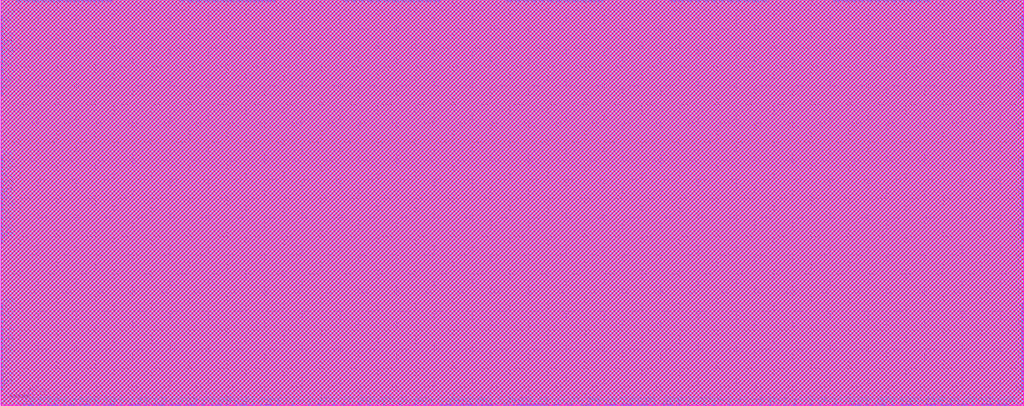
<source format=lef>
# 
#              Synchronous High Speed Single Port SRAM Compiler 
# 
#                    UMC 0.18um GenericII Logic Process
#    __________________________________________________________________________
# 
# 
#      (C) Copyright 2002-2009 Faraday Technology Corp. All Rights Reserved.
#    
#    This source code is an unpublished work belongs to Faraday Technology
#    Corp.  It is considered a trade secret and is not to be divulged or
#    used by parties who have not received written authorization from
#    Faraday Technology Corp.
#    
#    Faraday's home page can be found at:
#    http://www.faraday-tech.com/
#   
#       Module Name      : Memory_32_256
#       Words            : 256
#       Bits             : 32
#       Byte-Write       : 1
#       Aspect Ratio     : 1
#       Output Loading   : 0.05  (pf)
#       Data Slew        : 0.02  (ns)
#       CK Slew          : 0.02  (ns)
#       Power Ring Width : 2  (um)
# 
# -----------------------------------------------------------------------------
# 
#       Library          : FSA0M_A
#       Memaker          : 200901.2.1
#       Date             : 2024/10/27 11:56:46
# 
# -----------------------------------------------------------------------------


NAMESCASESENSITIVE ON ;
MACRO Memory_32_256
CLASS BLOCK ;
FOREIGN Memory_32_256 0.000 0.000 ;
ORIGIN 0.000 0.000 ;
SIZE 542.500 BY 215.600 ;
SYMMETRY x y r90 ;
SITE core ;
PIN VCC
  DIRECTION INOUT ;
  USE POWER ;
  SHAPE ABUTMENT ;
 PORT
  LAYER ME4 ;
  RECT 541.380 204.180 542.500 207.420 ;
  LAYER ME3 ;
  RECT 541.380 204.180 542.500 207.420 ;
  LAYER ME2 ;
  RECT 541.380 204.180 542.500 207.420 ;
  LAYER ME1 ;
  RECT 541.380 204.180 542.500 207.420 ;
 END
 PORT
  LAYER ME4 ;
  RECT 541.380 196.340 542.500 199.580 ;
  LAYER ME3 ;
  RECT 541.380 196.340 542.500 199.580 ;
  LAYER ME2 ;
  RECT 541.380 196.340 542.500 199.580 ;
  LAYER ME1 ;
  RECT 541.380 196.340 542.500 199.580 ;
 END
 PORT
  LAYER ME4 ;
  RECT 541.380 188.500 542.500 191.740 ;
  LAYER ME3 ;
  RECT 541.380 188.500 542.500 191.740 ;
  LAYER ME2 ;
  RECT 541.380 188.500 542.500 191.740 ;
  LAYER ME1 ;
  RECT 541.380 188.500 542.500 191.740 ;
 END
 PORT
  LAYER ME4 ;
  RECT 541.380 180.660 542.500 183.900 ;
  LAYER ME3 ;
  RECT 541.380 180.660 542.500 183.900 ;
  LAYER ME2 ;
  RECT 541.380 180.660 542.500 183.900 ;
  LAYER ME1 ;
  RECT 541.380 180.660 542.500 183.900 ;
 END
 PORT
  LAYER ME4 ;
  RECT 541.380 172.820 542.500 176.060 ;
  LAYER ME3 ;
  RECT 541.380 172.820 542.500 176.060 ;
  LAYER ME2 ;
  RECT 541.380 172.820 542.500 176.060 ;
  LAYER ME1 ;
  RECT 541.380 172.820 542.500 176.060 ;
 END
 PORT
  LAYER ME4 ;
  RECT 541.380 164.980 542.500 168.220 ;
  LAYER ME3 ;
  RECT 541.380 164.980 542.500 168.220 ;
  LAYER ME2 ;
  RECT 541.380 164.980 542.500 168.220 ;
  LAYER ME1 ;
  RECT 541.380 164.980 542.500 168.220 ;
 END
 PORT
  LAYER ME4 ;
  RECT 541.380 125.780 542.500 129.020 ;
  LAYER ME3 ;
  RECT 541.380 125.780 542.500 129.020 ;
  LAYER ME2 ;
  RECT 541.380 125.780 542.500 129.020 ;
  LAYER ME1 ;
  RECT 541.380 125.780 542.500 129.020 ;
 END
 PORT
  LAYER ME4 ;
  RECT 541.380 117.940 542.500 121.180 ;
  LAYER ME3 ;
  RECT 541.380 117.940 542.500 121.180 ;
  LAYER ME2 ;
  RECT 541.380 117.940 542.500 121.180 ;
  LAYER ME1 ;
  RECT 541.380 117.940 542.500 121.180 ;
 END
 PORT
  LAYER ME4 ;
  RECT 541.380 110.100 542.500 113.340 ;
  LAYER ME3 ;
  RECT 541.380 110.100 542.500 113.340 ;
  LAYER ME2 ;
  RECT 541.380 110.100 542.500 113.340 ;
  LAYER ME1 ;
  RECT 541.380 110.100 542.500 113.340 ;
 END
 PORT
  LAYER ME4 ;
  RECT 541.380 102.260 542.500 105.500 ;
  LAYER ME3 ;
  RECT 541.380 102.260 542.500 105.500 ;
  LAYER ME2 ;
  RECT 541.380 102.260 542.500 105.500 ;
  LAYER ME1 ;
  RECT 541.380 102.260 542.500 105.500 ;
 END
 PORT
  LAYER ME4 ;
  RECT 541.380 94.420 542.500 97.660 ;
  LAYER ME3 ;
  RECT 541.380 94.420 542.500 97.660 ;
  LAYER ME2 ;
  RECT 541.380 94.420 542.500 97.660 ;
  LAYER ME1 ;
  RECT 541.380 94.420 542.500 97.660 ;
 END
 PORT
  LAYER ME4 ;
  RECT 541.380 86.580 542.500 89.820 ;
  LAYER ME3 ;
  RECT 541.380 86.580 542.500 89.820 ;
  LAYER ME2 ;
  RECT 541.380 86.580 542.500 89.820 ;
  LAYER ME1 ;
  RECT 541.380 86.580 542.500 89.820 ;
 END
 PORT
  LAYER ME4 ;
  RECT 541.380 47.380 542.500 50.620 ;
  LAYER ME3 ;
  RECT 541.380 47.380 542.500 50.620 ;
  LAYER ME2 ;
  RECT 541.380 47.380 542.500 50.620 ;
  LAYER ME1 ;
  RECT 541.380 47.380 542.500 50.620 ;
 END
 PORT
  LAYER ME4 ;
  RECT 541.380 39.540 542.500 42.780 ;
  LAYER ME3 ;
  RECT 541.380 39.540 542.500 42.780 ;
  LAYER ME2 ;
  RECT 541.380 39.540 542.500 42.780 ;
  LAYER ME1 ;
  RECT 541.380 39.540 542.500 42.780 ;
 END
 PORT
  LAYER ME4 ;
  RECT 541.380 31.700 542.500 34.940 ;
  LAYER ME3 ;
  RECT 541.380 31.700 542.500 34.940 ;
  LAYER ME2 ;
  RECT 541.380 31.700 542.500 34.940 ;
  LAYER ME1 ;
  RECT 541.380 31.700 542.500 34.940 ;
 END
 PORT
  LAYER ME4 ;
  RECT 541.380 23.860 542.500 27.100 ;
  LAYER ME3 ;
  RECT 541.380 23.860 542.500 27.100 ;
  LAYER ME2 ;
  RECT 541.380 23.860 542.500 27.100 ;
  LAYER ME1 ;
  RECT 541.380 23.860 542.500 27.100 ;
 END
 PORT
  LAYER ME4 ;
  RECT 541.380 16.020 542.500 19.260 ;
  LAYER ME3 ;
  RECT 541.380 16.020 542.500 19.260 ;
  LAYER ME2 ;
  RECT 541.380 16.020 542.500 19.260 ;
  LAYER ME1 ;
  RECT 541.380 16.020 542.500 19.260 ;
 END
 PORT
  LAYER ME4 ;
  RECT 541.380 8.180 542.500 11.420 ;
  LAYER ME3 ;
  RECT 541.380 8.180 542.500 11.420 ;
  LAYER ME2 ;
  RECT 541.380 8.180 542.500 11.420 ;
  LAYER ME1 ;
  RECT 541.380 8.180 542.500 11.420 ;
 END
 PORT
  LAYER ME4 ;
  RECT 0.000 204.180 1.120 207.420 ;
  LAYER ME3 ;
  RECT 0.000 204.180 1.120 207.420 ;
  LAYER ME2 ;
  RECT 0.000 204.180 1.120 207.420 ;
  LAYER ME1 ;
  RECT 0.000 204.180 1.120 207.420 ;
 END
 PORT
  LAYER ME4 ;
  RECT 0.000 196.340 1.120 199.580 ;
  LAYER ME3 ;
  RECT 0.000 196.340 1.120 199.580 ;
  LAYER ME2 ;
  RECT 0.000 196.340 1.120 199.580 ;
  LAYER ME1 ;
  RECT 0.000 196.340 1.120 199.580 ;
 END
 PORT
  LAYER ME4 ;
  RECT 0.000 188.500 1.120 191.740 ;
  LAYER ME3 ;
  RECT 0.000 188.500 1.120 191.740 ;
  LAYER ME2 ;
  RECT 0.000 188.500 1.120 191.740 ;
  LAYER ME1 ;
  RECT 0.000 188.500 1.120 191.740 ;
 END
 PORT
  LAYER ME4 ;
  RECT 0.000 180.660 1.120 183.900 ;
  LAYER ME3 ;
  RECT 0.000 180.660 1.120 183.900 ;
  LAYER ME2 ;
  RECT 0.000 180.660 1.120 183.900 ;
  LAYER ME1 ;
  RECT 0.000 180.660 1.120 183.900 ;
 END
 PORT
  LAYER ME4 ;
  RECT 0.000 172.820 1.120 176.060 ;
  LAYER ME3 ;
  RECT 0.000 172.820 1.120 176.060 ;
  LAYER ME2 ;
  RECT 0.000 172.820 1.120 176.060 ;
  LAYER ME1 ;
  RECT 0.000 172.820 1.120 176.060 ;
 END
 PORT
  LAYER ME4 ;
  RECT 0.000 164.980 1.120 168.220 ;
  LAYER ME3 ;
  RECT 0.000 164.980 1.120 168.220 ;
  LAYER ME2 ;
  RECT 0.000 164.980 1.120 168.220 ;
  LAYER ME1 ;
  RECT 0.000 164.980 1.120 168.220 ;
 END
 PORT
  LAYER ME4 ;
  RECT 0.000 125.780 1.120 129.020 ;
  LAYER ME3 ;
  RECT 0.000 125.780 1.120 129.020 ;
  LAYER ME2 ;
  RECT 0.000 125.780 1.120 129.020 ;
  LAYER ME1 ;
  RECT 0.000 125.780 1.120 129.020 ;
 END
 PORT
  LAYER ME4 ;
  RECT 0.000 117.940 1.120 121.180 ;
  LAYER ME3 ;
  RECT 0.000 117.940 1.120 121.180 ;
  LAYER ME2 ;
  RECT 0.000 117.940 1.120 121.180 ;
  LAYER ME1 ;
  RECT 0.000 117.940 1.120 121.180 ;
 END
 PORT
  LAYER ME4 ;
  RECT 0.000 110.100 1.120 113.340 ;
  LAYER ME3 ;
  RECT 0.000 110.100 1.120 113.340 ;
  LAYER ME2 ;
  RECT 0.000 110.100 1.120 113.340 ;
  LAYER ME1 ;
  RECT 0.000 110.100 1.120 113.340 ;
 END
 PORT
  LAYER ME4 ;
  RECT 0.000 102.260 1.120 105.500 ;
  LAYER ME3 ;
  RECT 0.000 102.260 1.120 105.500 ;
  LAYER ME2 ;
  RECT 0.000 102.260 1.120 105.500 ;
  LAYER ME1 ;
  RECT 0.000 102.260 1.120 105.500 ;
 END
 PORT
  LAYER ME4 ;
  RECT 0.000 94.420 1.120 97.660 ;
  LAYER ME3 ;
  RECT 0.000 94.420 1.120 97.660 ;
  LAYER ME2 ;
  RECT 0.000 94.420 1.120 97.660 ;
  LAYER ME1 ;
  RECT 0.000 94.420 1.120 97.660 ;
 END
 PORT
  LAYER ME4 ;
  RECT 0.000 86.580 1.120 89.820 ;
  LAYER ME3 ;
  RECT 0.000 86.580 1.120 89.820 ;
  LAYER ME2 ;
  RECT 0.000 86.580 1.120 89.820 ;
  LAYER ME1 ;
  RECT 0.000 86.580 1.120 89.820 ;
 END
 PORT
  LAYER ME4 ;
  RECT 0.000 47.380 1.120 50.620 ;
  LAYER ME3 ;
  RECT 0.000 47.380 1.120 50.620 ;
  LAYER ME2 ;
  RECT 0.000 47.380 1.120 50.620 ;
  LAYER ME1 ;
  RECT 0.000 47.380 1.120 50.620 ;
 END
 PORT
  LAYER ME4 ;
  RECT 0.000 39.540 1.120 42.780 ;
  LAYER ME3 ;
  RECT 0.000 39.540 1.120 42.780 ;
  LAYER ME2 ;
  RECT 0.000 39.540 1.120 42.780 ;
  LAYER ME1 ;
  RECT 0.000 39.540 1.120 42.780 ;
 END
 PORT
  LAYER ME4 ;
  RECT 0.000 31.700 1.120 34.940 ;
  LAYER ME3 ;
  RECT 0.000 31.700 1.120 34.940 ;
  LAYER ME2 ;
  RECT 0.000 31.700 1.120 34.940 ;
  LAYER ME1 ;
  RECT 0.000 31.700 1.120 34.940 ;
 END
 PORT
  LAYER ME4 ;
  RECT 0.000 23.860 1.120 27.100 ;
  LAYER ME3 ;
  RECT 0.000 23.860 1.120 27.100 ;
  LAYER ME2 ;
  RECT 0.000 23.860 1.120 27.100 ;
  LAYER ME1 ;
  RECT 0.000 23.860 1.120 27.100 ;
 END
 PORT
  LAYER ME4 ;
  RECT 0.000 16.020 1.120 19.260 ;
  LAYER ME3 ;
  RECT 0.000 16.020 1.120 19.260 ;
  LAYER ME2 ;
  RECT 0.000 16.020 1.120 19.260 ;
  LAYER ME1 ;
  RECT 0.000 16.020 1.120 19.260 ;
 END
 PORT
  LAYER ME4 ;
  RECT 0.000 8.180 1.120 11.420 ;
  LAYER ME3 ;
  RECT 0.000 8.180 1.120 11.420 ;
  LAYER ME2 ;
  RECT 0.000 8.180 1.120 11.420 ;
  LAYER ME1 ;
  RECT 0.000 8.180 1.120 11.420 ;
 END
 PORT
  LAYER ME4 ;
  RECT 528.640 214.480 532.180 215.600 ;
  LAYER ME3 ;
  RECT 528.640 214.480 532.180 215.600 ;
  LAYER ME2 ;
  RECT 528.640 214.480 532.180 215.600 ;
  LAYER ME1 ;
  RECT 528.640 214.480 532.180 215.600 ;
 END
 PORT
  LAYER ME4 ;
  RECT 485.240 214.480 488.780 215.600 ;
  LAYER ME3 ;
  RECT 485.240 214.480 488.780 215.600 ;
  LAYER ME2 ;
  RECT 485.240 214.480 488.780 215.600 ;
  LAYER ME1 ;
  RECT 485.240 214.480 488.780 215.600 ;
 END
 PORT
  LAYER ME4 ;
  RECT 476.560 214.480 480.100 215.600 ;
  LAYER ME3 ;
  RECT 476.560 214.480 480.100 215.600 ;
  LAYER ME2 ;
  RECT 476.560 214.480 480.100 215.600 ;
  LAYER ME1 ;
  RECT 476.560 214.480 480.100 215.600 ;
 END
 PORT
  LAYER ME4 ;
  RECT 467.880 214.480 471.420 215.600 ;
  LAYER ME3 ;
  RECT 467.880 214.480 471.420 215.600 ;
  LAYER ME2 ;
  RECT 467.880 214.480 471.420 215.600 ;
  LAYER ME1 ;
  RECT 467.880 214.480 471.420 215.600 ;
 END
 PORT
  LAYER ME4 ;
  RECT 459.200 214.480 462.740 215.600 ;
  LAYER ME3 ;
  RECT 459.200 214.480 462.740 215.600 ;
  LAYER ME2 ;
  RECT 459.200 214.480 462.740 215.600 ;
  LAYER ME1 ;
  RECT 459.200 214.480 462.740 215.600 ;
 END
 PORT
  LAYER ME4 ;
  RECT 450.520 214.480 454.060 215.600 ;
  LAYER ME3 ;
  RECT 450.520 214.480 454.060 215.600 ;
  LAYER ME2 ;
  RECT 450.520 214.480 454.060 215.600 ;
  LAYER ME1 ;
  RECT 450.520 214.480 454.060 215.600 ;
 END
 PORT
  LAYER ME4 ;
  RECT 441.840 214.480 445.380 215.600 ;
  LAYER ME3 ;
  RECT 441.840 214.480 445.380 215.600 ;
  LAYER ME2 ;
  RECT 441.840 214.480 445.380 215.600 ;
  LAYER ME1 ;
  RECT 441.840 214.480 445.380 215.600 ;
 END
 PORT
  LAYER ME4 ;
  RECT 398.440 214.480 401.980 215.600 ;
  LAYER ME3 ;
  RECT 398.440 214.480 401.980 215.600 ;
  LAYER ME2 ;
  RECT 398.440 214.480 401.980 215.600 ;
  LAYER ME1 ;
  RECT 398.440 214.480 401.980 215.600 ;
 END
 PORT
  LAYER ME4 ;
  RECT 389.760 214.480 393.300 215.600 ;
  LAYER ME3 ;
  RECT 389.760 214.480 393.300 215.600 ;
  LAYER ME2 ;
  RECT 389.760 214.480 393.300 215.600 ;
  LAYER ME1 ;
  RECT 389.760 214.480 393.300 215.600 ;
 END
 PORT
  LAYER ME4 ;
  RECT 381.080 214.480 384.620 215.600 ;
  LAYER ME3 ;
  RECT 381.080 214.480 384.620 215.600 ;
  LAYER ME2 ;
  RECT 381.080 214.480 384.620 215.600 ;
  LAYER ME1 ;
  RECT 381.080 214.480 384.620 215.600 ;
 END
 PORT
  LAYER ME4 ;
  RECT 372.400 214.480 375.940 215.600 ;
  LAYER ME3 ;
  RECT 372.400 214.480 375.940 215.600 ;
  LAYER ME2 ;
  RECT 372.400 214.480 375.940 215.600 ;
  LAYER ME1 ;
  RECT 372.400 214.480 375.940 215.600 ;
 END
 PORT
  LAYER ME4 ;
  RECT 363.720 214.480 367.260 215.600 ;
  LAYER ME3 ;
  RECT 363.720 214.480 367.260 215.600 ;
  LAYER ME2 ;
  RECT 363.720 214.480 367.260 215.600 ;
  LAYER ME1 ;
  RECT 363.720 214.480 367.260 215.600 ;
 END
 PORT
  LAYER ME4 ;
  RECT 355.040 214.480 358.580 215.600 ;
  LAYER ME3 ;
  RECT 355.040 214.480 358.580 215.600 ;
  LAYER ME2 ;
  RECT 355.040 214.480 358.580 215.600 ;
  LAYER ME1 ;
  RECT 355.040 214.480 358.580 215.600 ;
 END
 PORT
  LAYER ME4 ;
  RECT 311.640 214.480 315.180 215.600 ;
  LAYER ME3 ;
  RECT 311.640 214.480 315.180 215.600 ;
  LAYER ME2 ;
  RECT 311.640 214.480 315.180 215.600 ;
  LAYER ME1 ;
  RECT 311.640 214.480 315.180 215.600 ;
 END
 PORT
  LAYER ME4 ;
  RECT 302.960 214.480 306.500 215.600 ;
  LAYER ME3 ;
  RECT 302.960 214.480 306.500 215.600 ;
  LAYER ME2 ;
  RECT 302.960 214.480 306.500 215.600 ;
  LAYER ME1 ;
  RECT 302.960 214.480 306.500 215.600 ;
 END
 PORT
  LAYER ME4 ;
  RECT 294.280 214.480 297.820 215.600 ;
  LAYER ME3 ;
  RECT 294.280 214.480 297.820 215.600 ;
  LAYER ME2 ;
  RECT 294.280 214.480 297.820 215.600 ;
  LAYER ME1 ;
  RECT 294.280 214.480 297.820 215.600 ;
 END
 PORT
  LAYER ME4 ;
  RECT 285.600 214.480 289.140 215.600 ;
  LAYER ME3 ;
  RECT 285.600 214.480 289.140 215.600 ;
  LAYER ME2 ;
  RECT 285.600 214.480 289.140 215.600 ;
  LAYER ME1 ;
  RECT 285.600 214.480 289.140 215.600 ;
 END
 PORT
  LAYER ME4 ;
  RECT 276.920 214.480 280.460 215.600 ;
  LAYER ME3 ;
  RECT 276.920 214.480 280.460 215.600 ;
  LAYER ME2 ;
  RECT 276.920 214.480 280.460 215.600 ;
  LAYER ME1 ;
  RECT 276.920 214.480 280.460 215.600 ;
 END
 PORT
  LAYER ME4 ;
  RECT 268.240 214.480 271.780 215.600 ;
  LAYER ME3 ;
  RECT 268.240 214.480 271.780 215.600 ;
  LAYER ME2 ;
  RECT 268.240 214.480 271.780 215.600 ;
  LAYER ME1 ;
  RECT 268.240 214.480 271.780 215.600 ;
 END
 PORT
  LAYER ME4 ;
  RECT 224.840 214.480 228.380 215.600 ;
  LAYER ME3 ;
  RECT 224.840 214.480 228.380 215.600 ;
  LAYER ME2 ;
  RECT 224.840 214.480 228.380 215.600 ;
  LAYER ME1 ;
  RECT 224.840 214.480 228.380 215.600 ;
 END
 PORT
  LAYER ME4 ;
  RECT 216.160 214.480 219.700 215.600 ;
  LAYER ME3 ;
  RECT 216.160 214.480 219.700 215.600 ;
  LAYER ME2 ;
  RECT 216.160 214.480 219.700 215.600 ;
  LAYER ME1 ;
  RECT 216.160 214.480 219.700 215.600 ;
 END
 PORT
  LAYER ME4 ;
  RECT 207.480 214.480 211.020 215.600 ;
  LAYER ME3 ;
  RECT 207.480 214.480 211.020 215.600 ;
  LAYER ME2 ;
  RECT 207.480 214.480 211.020 215.600 ;
  LAYER ME1 ;
  RECT 207.480 214.480 211.020 215.600 ;
 END
 PORT
  LAYER ME4 ;
  RECT 198.800 214.480 202.340 215.600 ;
  LAYER ME3 ;
  RECT 198.800 214.480 202.340 215.600 ;
  LAYER ME2 ;
  RECT 198.800 214.480 202.340 215.600 ;
  LAYER ME1 ;
  RECT 198.800 214.480 202.340 215.600 ;
 END
 PORT
  LAYER ME4 ;
  RECT 190.120 214.480 193.660 215.600 ;
  LAYER ME3 ;
  RECT 190.120 214.480 193.660 215.600 ;
  LAYER ME2 ;
  RECT 190.120 214.480 193.660 215.600 ;
  LAYER ME1 ;
  RECT 190.120 214.480 193.660 215.600 ;
 END
 PORT
  LAYER ME4 ;
  RECT 181.440 214.480 184.980 215.600 ;
  LAYER ME3 ;
  RECT 181.440 214.480 184.980 215.600 ;
  LAYER ME2 ;
  RECT 181.440 214.480 184.980 215.600 ;
  LAYER ME1 ;
  RECT 181.440 214.480 184.980 215.600 ;
 END
 PORT
  LAYER ME4 ;
  RECT 138.040 214.480 141.580 215.600 ;
  LAYER ME3 ;
  RECT 138.040 214.480 141.580 215.600 ;
  LAYER ME2 ;
  RECT 138.040 214.480 141.580 215.600 ;
  LAYER ME1 ;
  RECT 138.040 214.480 141.580 215.600 ;
 END
 PORT
  LAYER ME4 ;
  RECT 129.360 214.480 132.900 215.600 ;
  LAYER ME3 ;
  RECT 129.360 214.480 132.900 215.600 ;
  LAYER ME2 ;
  RECT 129.360 214.480 132.900 215.600 ;
  LAYER ME1 ;
  RECT 129.360 214.480 132.900 215.600 ;
 END
 PORT
  LAYER ME4 ;
  RECT 120.680 214.480 124.220 215.600 ;
  LAYER ME3 ;
  RECT 120.680 214.480 124.220 215.600 ;
  LAYER ME2 ;
  RECT 120.680 214.480 124.220 215.600 ;
  LAYER ME1 ;
  RECT 120.680 214.480 124.220 215.600 ;
 END
 PORT
  LAYER ME4 ;
  RECT 112.000 214.480 115.540 215.600 ;
  LAYER ME3 ;
  RECT 112.000 214.480 115.540 215.600 ;
  LAYER ME2 ;
  RECT 112.000 214.480 115.540 215.600 ;
  LAYER ME1 ;
  RECT 112.000 214.480 115.540 215.600 ;
 END
 PORT
  LAYER ME4 ;
  RECT 103.320 214.480 106.860 215.600 ;
  LAYER ME3 ;
  RECT 103.320 214.480 106.860 215.600 ;
  LAYER ME2 ;
  RECT 103.320 214.480 106.860 215.600 ;
  LAYER ME1 ;
  RECT 103.320 214.480 106.860 215.600 ;
 END
 PORT
  LAYER ME4 ;
  RECT 94.640 214.480 98.180 215.600 ;
  LAYER ME3 ;
  RECT 94.640 214.480 98.180 215.600 ;
  LAYER ME2 ;
  RECT 94.640 214.480 98.180 215.600 ;
  LAYER ME1 ;
  RECT 94.640 214.480 98.180 215.600 ;
 END
 PORT
  LAYER ME4 ;
  RECT 51.240 214.480 54.780 215.600 ;
  LAYER ME3 ;
  RECT 51.240 214.480 54.780 215.600 ;
  LAYER ME2 ;
  RECT 51.240 214.480 54.780 215.600 ;
  LAYER ME1 ;
  RECT 51.240 214.480 54.780 215.600 ;
 END
 PORT
  LAYER ME4 ;
  RECT 42.560 214.480 46.100 215.600 ;
  LAYER ME3 ;
  RECT 42.560 214.480 46.100 215.600 ;
  LAYER ME2 ;
  RECT 42.560 214.480 46.100 215.600 ;
  LAYER ME1 ;
  RECT 42.560 214.480 46.100 215.600 ;
 END
 PORT
  LAYER ME4 ;
  RECT 33.880 214.480 37.420 215.600 ;
  LAYER ME3 ;
  RECT 33.880 214.480 37.420 215.600 ;
  LAYER ME2 ;
  RECT 33.880 214.480 37.420 215.600 ;
  LAYER ME1 ;
  RECT 33.880 214.480 37.420 215.600 ;
 END
 PORT
  LAYER ME4 ;
  RECT 25.200 214.480 28.740 215.600 ;
  LAYER ME3 ;
  RECT 25.200 214.480 28.740 215.600 ;
  LAYER ME2 ;
  RECT 25.200 214.480 28.740 215.600 ;
  LAYER ME1 ;
  RECT 25.200 214.480 28.740 215.600 ;
 END
 PORT
  LAYER ME4 ;
  RECT 16.520 214.480 20.060 215.600 ;
  LAYER ME3 ;
  RECT 16.520 214.480 20.060 215.600 ;
  LAYER ME2 ;
  RECT 16.520 214.480 20.060 215.600 ;
  LAYER ME1 ;
  RECT 16.520 214.480 20.060 215.600 ;
 END
 PORT
  LAYER ME4 ;
  RECT 7.840 214.480 11.380 215.600 ;
  LAYER ME3 ;
  RECT 7.840 214.480 11.380 215.600 ;
  LAYER ME2 ;
  RECT 7.840 214.480 11.380 215.600 ;
  LAYER ME1 ;
  RECT 7.840 214.480 11.380 215.600 ;
 END
 PORT
  LAYER ME4 ;
  RECT 522.440 0.000 525.980 1.120 ;
  LAYER ME3 ;
  RECT 522.440 0.000 525.980 1.120 ;
  LAYER ME2 ;
  RECT 522.440 0.000 525.980 1.120 ;
  LAYER ME1 ;
  RECT 522.440 0.000 525.980 1.120 ;
 END
 PORT
  LAYER ME4 ;
  RECT 500.740 0.000 504.280 1.120 ;
  LAYER ME3 ;
  RECT 500.740 0.000 504.280 1.120 ;
  LAYER ME2 ;
  RECT 500.740 0.000 504.280 1.120 ;
  LAYER ME1 ;
  RECT 500.740 0.000 504.280 1.120 ;
 END
 PORT
  LAYER ME4 ;
  RECT 479.660 0.000 483.200 1.120 ;
  LAYER ME3 ;
  RECT 479.660 0.000 483.200 1.120 ;
  LAYER ME2 ;
  RECT 479.660 0.000 483.200 1.120 ;
  LAYER ME1 ;
  RECT 479.660 0.000 483.200 1.120 ;
 END
 PORT
  LAYER ME4 ;
  RECT 453.000 0.000 456.540 1.120 ;
  LAYER ME3 ;
  RECT 453.000 0.000 456.540 1.120 ;
  LAYER ME2 ;
  RECT 453.000 0.000 456.540 1.120 ;
  LAYER ME1 ;
  RECT 453.000 0.000 456.540 1.120 ;
 END
 PORT
  LAYER ME4 ;
  RECT 339.540 0.000 343.080 1.120 ;
  LAYER ME3 ;
  RECT 339.540 0.000 343.080 1.120 ;
  LAYER ME2 ;
  RECT 339.540 0.000 343.080 1.120 ;
  LAYER ME1 ;
  RECT 339.540 0.000 343.080 1.120 ;
 END
 PORT
  LAYER ME4 ;
  RECT 322.800 0.000 326.340 1.120 ;
  LAYER ME3 ;
  RECT 322.800 0.000 326.340 1.120 ;
  LAYER ME2 ;
  RECT 322.800 0.000 326.340 1.120 ;
  LAYER ME1 ;
  RECT 322.800 0.000 326.340 1.120 ;
 END
 PORT
  LAYER ME4 ;
  RECT 286.840 0.000 290.380 1.120 ;
  LAYER ME3 ;
  RECT 286.840 0.000 290.380 1.120 ;
  LAYER ME2 ;
  RECT 286.840 0.000 290.380 1.120 ;
  LAYER ME1 ;
  RECT 286.840 0.000 290.380 1.120 ;
 END
 PORT
  LAYER ME4 ;
  RECT 278.160 0.000 281.700 1.120 ;
  LAYER ME3 ;
  RECT 278.160 0.000 281.700 1.120 ;
  LAYER ME2 ;
  RECT 278.160 0.000 281.700 1.120 ;
  LAYER ME1 ;
  RECT 278.160 0.000 281.700 1.120 ;
 END
 PORT
  LAYER ME4 ;
  RECT 257.080 0.000 260.620 1.120 ;
  LAYER ME3 ;
  RECT 257.080 0.000 260.620 1.120 ;
  LAYER ME2 ;
  RECT 257.080 0.000 260.620 1.120 ;
  LAYER ME1 ;
  RECT 257.080 0.000 260.620 1.120 ;
 END
 PORT
  LAYER ME4 ;
  RECT 235.380 0.000 238.920 1.120 ;
  LAYER ME3 ;
  RECT 235.380 0.000 238.920 1.120 ;
  LAYER ME2 ;
  RECT 235.380 0.000 238.920 1.120 ;
  LAYER ME1 ;
  RECT 235.380 0.000 238.920 1.120 ;
 END
 PORT
  LAYER ME4 ;
  RECT 126.880 0.000 130.420 1.120 ;
  LAYER ME3 ;
  RECT 126.880 0.000 130.420 1.120 ;
  LAYER ME2 ;
  RECT 126.880 0.000 130.420 1.120 ;
  LAYER ME1 ;
  RECT 126.880 0.000 130.420 1.120 ;
 END
 PORT
  LAYER ME4 ;
  RECT 100.220 0.000 103.760 1.120 ;
  LAYER ME3 ;
  RECT 100.220 0.000 103.760 1.120 ;
  LAYER ME2 ;
  RECT 100.220 0.000 103.760 1.120 ;
  LAYER ME1 ;
  RECT 100.220 0.000 103.760 1.120 ;
 END
 PORT
  LAYER ME4 ;
  RECT 83.480 0.000 87.020 1.120 ;
  LAYER ME3 ;
  RECT 83.480 0.000 87.020 1.120 ;
  LAYER ME2 ;
  RECT 83.480 0.000 87.020 1.120 ;
  LAYER ME1 ;
  RECT 83.480 0.000 87.020 1.120 ;
 END
 PORT
  LAYER ME4 ;
  RECT 56.820 0.000 60.360 1.120 ;
  LAYER ME3 ;
  RECT 56.820 0.000 60.360 1.120 ;
  LAYER ME2 ;
  RECT 56.820 0.000 60.360 1.120 ;
  LAYER ME1 ;
  RECT 56.820 0.000 60.360 1.120 ;
 END
 PORT
  LAYER ME4 ;
  RECT 35.740 0.000 39.280 1.120 ;
  LAYER ME3 ;
  RECT 35.740 0.000 39.280 1.120 ;
  LAYER ME2 ;
  RECT 35.740 0.000 39.280 1.120 ;
  LAYER ME1 ;
  RECT 35.740 0.000 39.280 1.120 ;
 END
 PORT
  LAYER ME4 ;
  RECT 14.040 0.000 17.580 1.120 ;
  LAYER ME3 ;
  RECT 14.040 0.000 17.580 1.120 ;
  LAYER ME2 ;
  RECT 14.040 0.000 17.580 1.120 ;
  LAYER ME1 ;
  RECT 14.040 0.000 17.580 1.120 ;
 END
END VCC
PIN GND
  DIRECTION INOUT ;
  USE GROUND ;
  SHAPE ABUTMENT ;
 PORT
  LAYER ME4 ;
  RECT 541.380 200.260 542.500 203.500 ;
  LAYER ME3 ;
  RECT 541.380 200.260 542.500 203.500 ;
  LAYER ME2 ;
  RECT 541.380 200.260 542.500 203.500 ;
  LAYER ME1 ;
  RECT 541.380 200.260 542.500 203.500 ;
 END
 PORT
  LAYER ME4 ;
  RECT 541.380 192.420 542.500 195.660 ;
  LAYER ME3 ;
  RECT 541.380 192.420 542.500 195.660 ;
  LAYER ME2 ;
  RECT 541.380 192.420 542.500 195.660 ;
  LAYER ME1 ;
  RECT 541.380 192.420 542.500 195.660 ;
 END
 PORT
  LAYER ME4 ;
  RECT 541.380 184.580 542.500 187.820 ;
  LAYER ME3 ;
  RECT 541.380 184.580 542.500 187.820 ;
  LAYER ME2 ;
  RECT 541.380 184.580 542.500 187.820 ;
  LAYER ME1 ;
  RECT 541.380 184.580 542.500 187.820 ;
 END
 PORT
  LAYER ME4 ;
  RECT 541.380 176.740 542.500 179.980 ;
  LAYER ME3 ;
  RECT 541.380 176.740 542.500 179.980 ;
  LAYER ME2 ;
  RECT 541.380 176.740 542.500 179.980 ;
  LAYER ME1 ;
  RECT 541.380 176.740 542.500 179.980 ;
 END
 PORT
  LAYER ME4 ;
  RECT 541.380 168.900 542.500 172.140 ;
  LAYER ME3 ;
  RECT 541.380 168.900 542.500 172.140 ;
  LAYER ME2 ;
  RECT 541.380 168.900 542.500 172.140 ;
  LAYER ME1 ;
  RECT 541.380 168.900 542.500 172.140 ;
 END
 PORT
  LAYER ME4 ;
  RECT 541.380 129.700 542.500 132.940 ;
  LAYER ME3 ;
  RECT 541.380 129.700 542.500 132.940 ;
  LAYER ME2 ;
  RECT 541.380 129.700 542.500 132.940 ;
  LAYER ME1 ;
  RECT 541.380 129.700 542.500 132.940 ;
 END
 PORT
  LAYER ME4 ;
  RECT 541.380 121.860 542.500 125.100 ;
  LAYER ME3 ;
  RECT 541.380 121.860 542.500 125.100 ;
  LAYER ME2 ;
  RECT 541.380 121.860 542.500 125.100 ;
  LAYER ME1 ;
  RECT 541.380 121.860 542.500 125.100 ;
 END
 PORT
  LAYER ME4 ;
  RECT 541.380 114.020 542.500 117.260 ;
  LAYER ME3 ;
  RECT 541.380 114.020 542.500 117.260 ;
  LAYER ME2 ;
  RECT 541.380 114.020 542.500 117.260 ;
  LAYER ME1 ;
  RECT 541.380 114.020 542.500 117.260 ;
 END
 PORT
  LAYER ME4 ;
  RECT 541.380 106.180 542.500 109.420 ;
  LAYER ME3 ;
  RECT 541.380 106.180 542.500 109.420 ;
  LAYER ME2 ;
  RECT 541.380 106.180 542.500 109.420 ;
  LAYER ME1 ;
  RECT 541.380 106.180 542.500 109.420 ;
 END
 PORT
  LAYER ME4 ;
  RECT 541.380 98.340 542.500 101.580 ;
  LAYER ME3 ;
  RECT 541.380 98.340 542.500 101.580 ;
  LAYER ME2 ;
  RECT 541.380 98.340 542.500 101.580 ;
  LAYER ME1 ;
  RECT 541.380 98.340 542.500 101.580 ;
 END
 PORT
  LAYER ME4 ;
  RECT 541.380 90.500 542.500 93.740 ;
  LAYER ME3 ;
  RECT 541.380 90.500 542.500 93.740 ;
  LAYER ME2 ;
  RECT 541.380 90.500 542.500 93.740 ;
  LAYER ME1 ;
  RECT 541.380 90.500 542.500 93.740 ;
 END
 PORT
  LAYER ME4 ;
  RECT 541.380 51.300 542.500 54.540 ;
  LAYER ME3 ;
  RECT 541.380 51.300 542.500 54.540 ;
  LAYER ME2 ;
  RECT 541.380 51.300 542.500 54.540 ;
  LAYER ME1 ;
  RECT 541.380 51.300 542.500 54.540 ;
 END
 PORT
  LAYER ME4 ;
  RECT 541.380 43.460 542.500 46.700 ;
  LAYER ME3 ;
  RECT 541.380 43.460 542.500 46.700 ;
  LAYER ME2 ;
  RECT 541.380 43.460 542.500 46.700 ;
  LAYER ME1 ;
  RECT 541.380 43.460 542.500 46.700 ;
 END
 PORT
  LAYER ME4 ;
  RECT 541.380 35.620 542.500 38.860 ;
  LAYER ME3 ;
  RECT 541.380 35.620 542.500 38.860 ;
  LAYER ME2 ;
  RECT 541.380 35.620 542.500 38.860 ;
  LAYER ME1 ;
  RECT 541.380 35.620 542.500 38.860 ;
 END
 PORT
  LAYER ME4 ;
  RECT 541.380 27.780 542.500 31.020 ;
  LAYER ME3 ;
  RECT 541.380 27.780 542.500 31.020 ;
  LAYER ME2 ;
  RECT 541.380 27.780 542.500 31.020 ;
  LAYER ME1 ;
  RECT 541.380 27.780 542.500 31.020 ;
 END
 PORT
  LAYER ME4 ;
  RECT 541.380 19.940 542.500 23.180 ;
  LAYER ME3 ;
  RECT 541.380 19.940 542.500 23.180 ;
  LAYER ME2 ;
  RECT 541.380 19.940 542.500 23.180 ;
  LAYER ME1 ;
  RECT 541.380 19.940 542.500 23.180 ;
 END
 PORT
  LAYER ME4 ;
  RECT 541.380 12.100 542.500 15.340 ;
  LAYER ME3 ;
  RECT 541.380 12.100 542.500 15.340 ;
  LAYER ME2 ;
  RECT 541.380 12.100 542.500 15.340 ;
  LAYER ME1 ;
  RECT 541.380 12.100 542.500 15.340 ;
 END
 PORT
  LAYER ME4 ;
  RECT 0.000 200.260 1.120 203.500 ;
  LAYER ME3 ;
  RECT 0.000 200.260 1.120 203.500 ;
  LAYER ME2 ;
  RECT 0.000 200.260 1.120 203.500 ;
  LAYER ME1 ;
  RECT 0.000 200.260 1.120 203.500 ;
 END
 PORT
  LAYER ME4 ;
  RECT 0.000 192.420 1.120 195.660 ;
  LAYER ME3 ;
  RECT 0.000 192.420 1.120 195.660 ;
  LAYER ME2 ;
  RECT 0.000 192.420 1.120 195.660 ;
  LAYER ME1 ;
  RECT 0.000 192.420 1.120 195.660 ;
 END
 PORT
  LAYER ME4 ;
  RECT 0.000 184.580 1.120 187.820 ;
  LAYER ME3 ;
  RECT 0.000 184.580 1.120 187.820 ;
  LAYER ME2 ;
  RECT 0.000 184.580 1.120 187.820 ;
  LAYER ME1 ;
  RECT 0.000 184.580 1.120 187.820 ;
 END
 PORT
  LAYER ME4 ;
  RECT 0.000 176.740 1.120 179.980 ;
  LAYER ME3 ;
  RECT 0.000 176.740 1.120 179.980 ;
  LAYER ME2 ;
  RECT 0.000 176.740 1.120 179.980 ;
  LAYER ME1 ;
  RECT 0.000 176.740 1.120 179.980 ;
 END
 PORT
  LAYER ME4 ;
  RECT 0.000 168.900 1.120 172.140 ;
  LAYER ME3 ;
  RECT 0.000 168.900 1.120 172.140 ;
  LAYER ME2 ;
  RECT 0.000 168.900 1.120 172.140 ;
  LAYER ME1 ;
  RECT 0.000 168.900 1.120 172.140 ;
 END
 PORT
  LAYER ME4 ;
  RECT 0.000 129.700 1.120 132.940 ;
  LAYER ME3 ;
  RECT 0.000 129.700 1.120 132.940 ;
  LAYER ME2 ;
  RECT 0.000 129.700 1.120 132.940 ;
  LAYER ME1 ;
  RECT 0.000 129.700 1.120 132.940 ;
 END
 PORT
  LAYER ME4 ;
  RECT 0.000 121.860 1.120 125.100 ;
  LAYER ME3 ;
  RECT 0.000 121.860 1.120 125.100 ;
  LAYER ME2 ;
  RECT 0.000 121.860 1.120 125.100 ;
  LAYER ME1 ;
  RECT 0.000 121.860 1.120 125.100 ;
 END
 PORT
  LAYER ME4 ;
  RECT 0.000 114.020 1.120 117.260 ;
  LAYER ME3 ;
  RECT 0.000 114.020 1.120 117.260 ;
  LAYER ME2 ;
  RECT 0.000 114.020 1.120 117.260 ;
  LAYER ME1 ;
  RECT 0.000 114.020 1.120 117.260 ;
 END
 PORT
  LAYER ME4 ;
  RECT 0.000 106.180 1.120 109.420 ;
  LAYER ME3 ;
  RECT 0.000 106.180 1.120 109.420 ;
  LAYER ME2 ;
  RECT 0.000 106.180 1.120 109.420 ;
  LAYER ME1 ;
  RECT 0.000 106.180 1.120 109.420 ;
 END
 PORT
  LAYER ME4 ;
  RECT 0.000 98.340 1.120 101.580 ;
  LAYER ME3 ;
  RECT 0.000 98.340 1.120 101.580 ;
  LAYER ME2 ;
  RECT 0.000 98.340 1.120 101.580 ;
  LAYER ME1 ;
  RECT 0.000 98.340 1.120 101.580 ;
 END
 PORT
  LAYER ME4 ;
  RECT 0.000 90.500 1.120 93.740 ;
  LAYER ME3 ;
  RECT 0.000 90.500 1.120 93.740 ;
  LAYER ME2 ;
  RECT 0.000 90.500 1.120 93.740 ;
  LAYER ME1 ;
  RECT 0.000 90.500 1.120 93.740 ;
 END
 PORT
  LAYER ME4 ;
  RECT 0.000 51.300 1.120 54.540 ;
  LAYER ME3 ;
  RECT 0.000 51.300 1.120 54.540 ;
  LAYER ME2 ;
  RECT 0.000 51.300 1.120 54.540 ;
  LAYER ME1 ;
  RECT 0.000 51.300 1.120 54.540 ;
 END
 PORT
  LAYER ME4 ;
  RECT 0.000 43.460 1.120 46.700 ;
  LAYER ME3 ;
  RECT 0.000 43.460 1.120 46.700 ;
  LAYER ME2 ;
  RECT 0.000 43.460 1.120 46.700 ;
  LAYER ME1 ;
  RECT 0.000 43.460 1.120 46.700 ;
 END
 PORT
  LAYER ME4 ;
  RECT 0.000 35.620 1.120 38.860 ;
  LAYER ME3 ;
  RECT 0.000 35.620 1.120 38.860 ;
  LAYER ME2 ;
  RECT 0.000 35.620 1.120 38.860 ;
  LAYER ME1 ;
  RECT 0.000 35.620 1.120 38.860 ;
 END
 PORT
  LAYER ME4 ;
  RECT 0.000 27.780 1.120 31.020 ;
  LAYER ME3 ;
  RECT 0.000 27.780 1.120 31.020 ;
  LAYER ME2 ;
  RECT 0.000 27.780 1.120 31.020 ;
  LAYER ME1 ;
  RECT 0.000 27.780 1.120 31.020 ;
 END
 PORT
  LAYER ME4 ;
  RECT 0.000 19.940 1.120 23.180 ;
  LAYER ME3 ;
  RECT 0.000 19.940 1.120 23.180 ;
  LAYER ME2 ;
  RECT 0.000 19.940 1.120 23.180 ;
  LAYER ME1 ;
  RECT 0.000 19.940 1.120 23.180 ;
 END
 PORT
  LAYER ME4 ;
  RECT 0.000 12.100 1.120 15.340 ;
  LAYER ME3 ;
  RECT 0.000 12.100 1.120 15.340 ;
  LAYER ME2 ;
  RECT 0.000 12.100 1.120 15.340 ;
  LAYER ME1 ;
  RECT 0.000 12.100 1.120 15.340 ;
 END
 PORT
  LAYER ME4 ;
  RECT 489.580 214.480 493.120 215.600 ;
  LAYER ME3 ;
  RECT 489.580 214.480 493.120 215.600 ;
  LAYER ME2 ;
  RECT 489.580 214.480 493.120 215.600 ;
  LAYER ME1 ;
  RECT 489.580 214.480 493.120 215.600 ;
 END
 PORT
  LAYER ME4 ;
  RECT 480.900 214.480 484.440 215.600 ;
  LAYER ME3 ;
  RECT 480.900 214.480 484.440 215.600 ;
  LAYER ME2 ;
  RECT 480.900 214.480 484.440 215.600 ;
  LAYER ME1 ;
  RECT 480.900 214.480 484.440 215.600 ;
 END
 PORT
  LAYER ME4 ;
  RECT 472.220 214.480 475.760 215.600 ;
  LAYER ME3 ;
  RECT 472.220 214.480 475.760 215.600 ;
  LAYER ME2 ;
  RECT 472.220 214.480 475.760 215.600 ;
  LAYER ME1 ;
  RECT 472.220 214.480 475.760 215.600 ;
 END
 PORT
  LAYER ME4 ;
  RECT 463.540 214.480 467.080 215.600 ;
  LAYER ME3 ;
  RECT 463.540 214.480 467.080 215.600 ;
  LAYER ME2 ;
  RECT 463.540 214.480 467.080 215.600 ;
  LAYER ME1 ;
  RECT 463.540 214.480 467.080 215.600 ;
 END
 PORT
  LAYER ME4 ;
  RECT 454.860 214.480 458.400 215.600 ;
  LAYER ME3 ;
  RECT 454.860 214.480 458.400 215.600 ;
  LAYER ME2 ;
  RECT 454.860 214.480 458.400 215.600 ;
  LAYER ME1 ;
  RECT 454.860 214.480 458.400 215.600 ;
 END
 PORT
  LAYER ME4 ;
  RECT 446.180 214.480 449.720 215.600 ;
  LAYER ME3 ;
  RECT 446.180 214.480 449.720 215.600 ;
  LAYER ME2 ;
  RECT 446.180 214.480 449.720 215.600 ;
  LAYER ME1 ;
  RECT 446.180 214.480 449.720 215.600 ;
 END
 PORT
  LAYER ME4 ;
  RECT 402.780 214.480 406.320 215.600 ;
  LAYER ME3 ;
  RECT 402.780 214.480 406.320 215.600 ;
  LAYER ME2 ;
  RECT 402.780 214.480 406.320 215.600 ;
  LAYER ME1 ;
  RECT 402.780 214.480 406.320 215.600 ;
 END
 PORT
  LAYER ME4 ;
  RECT 394.100 214.480 397.640 215.600 ;
  LAYER ME3 ;
  RECT 394.100 214.480 397.640 215.600 ;
  LAYER ME2 ;
  RECT 394.100 214.480 397.640 215.600 ;
  LAYER ME1 ;
  RECT 394.100 214.480 397.640 215.600 ;
 END
 PORT
  LAYER ME4 ;
  RECT 385.420 214.480 388.960 215.600 ;
  LAYER ME3 ;
  RECT 385.420 214.480 388.960 215.600 ;
  LAYER ME2 ;
  RECT 385.420 214.480 388.960 215.600 ;
  LAYER ME1 ;
  RECT 385.420 214.480 388.960 215.600 ;
 END
 PORT
  LAYER ME4 ;
  RECT 376.740 214.480 380.280 215.600 ;
  LAYER ME3 ;
  RECT 376.740 214.480 380.280 215.600 ;
  LAYER ME2 ;
  RECT 376.740 214.480 380.280 215.600 ;
  LAYER ME1 ;
  RECT 376.740 214.480 380.280 215.600 ;
 END
 PORT
  LAYER ME4 ;
  RECT 368.060 214.480 371.600 215.600 ;
  LAYER ME3 ;
  RECT 368.060 214.480 371.600 215.600 ;
  LAYER ME2 ;
  RECT 368.060 214.480 371.600 215.600 ;
  LAYER ME1 ;
  RECT 368.060 214.480 371.600 215.600 ;
 END
 PORT
  LAYER ME4 ;
  RECT 359.380 214.480 362.920 215.600 ;
  LAYER ME3 ;
  RECT 359.380 214.480 362.920 215.600 ;
  LAYER ME2 ;
  RECT 359.380 214.480 362.920 215.600 ;
  LAYER ME1 ;
  RECT 359.380 214.480 362.920 215.600 ;
 END
 PORT
  LAYER ME4 ;
  RECT 315.980 214.480 319.520 215.600 ;
  LAYER ME3 ;
  RECT 315.980 214.480 319.520 215.600 ;
  LAYER ME2 ;
  RECT 315.980 214.480 319.520 215.600 ;
  LAYER ME1 ;
  RECT 315.980 214.480 319.520 215.600 ;
 END
 PORT
  LAYER ME4 ;
  RECT 307.300 214.480 310.840 215.600 ;
  LAYER ME3 ;
  RECT 307.300 214.480 310.840 215.600 ;
  LAYER ME2 ;
  RECT 307.300 214.480 310.840 215.600 ;
  LAYER ME1 ;
  RECT 307.300 214.480 310.840 215.600 ;
 END
 PORT
  LAYER ME4 ;
  RECT 298.620 214.480 302.160 215.600 ;
  LAYER ME3 ;
  RECT 298.620 214.480 302.160 215.600 ;
  LAYER ME2 ;
  RECT 298.620 214.480 302.160 215.600 ;
  LAYER ME1 ;
  RECT 298.620 214.480 302.160 215.600 ;
 END
 PORT
  LAYER ME4 ;
  RECT 289.940 214.480 293.480 215.600 ;
  LAYER ME3 ;
  RECT 289.940 214.480 293.480 215.600 ;
  LAYER ME2 ;
  RECT 289.940 214.480 293.480 215.600 ;
  LAYER ME1 ;
  RECT 289.940 214.480 293.480 215.600 ;
 END
 PORT
  LAYER ME4 ;
  RECT 281.260 214.480 284.800 215.600 ;
  LAYER ME3 ;
  RECT 281.260 214.480 284.800 215.600 ;
  LAYER ME2 ;
  RECT 281.260 214.480 284.800 215.600 ;
  LAYER ME1 ;
  RECT 281.260 214.480 284.800 215.600 ;
 END
 PORT
  LAYER ME4 ;
  RECT 272.580 214.480 276.120 215.600 ;
  LAYER ME3 ;
  RECT 272.580 214.480 276.120 215.600 ;
  LAYER ME2 ;
  RECT 272.580 214.480 276.120 215.600 ;
  LAYER ME1 ;
  RECT 272.580 214.480 276.120 215.600 ;
 END
 PORT
  LAYER ME4 ;
  RECT 229.180 214.480 232.720 215.600 ;
  LAYER ME3 ;
  RECT 229.180 214.480 232.720 215.600 ;
  LAYER ME2 ;
  RECT 229.180 214.480 232.720 215.600 ;
  LAYER ME1 ;
  RECT 229.180 214.480 232.720 215.600 ;
 END
 PORT
  LAYER ME4 ;
  RECT 220.500 214.480 224.040 215.600 ;
  LAYER ME3 ;
  RECT 220.500 214.480 224.040 215.600 ;
  LAYER ME2 ;
  RECT 220.500 214.480 224.040 215.600 ;
  LAYER ME1 ;
  RECT 220.500 214.480 224.040 215.600 ;
 END
 PORT
  LAYER ME4 ;
  RECT 211.820 214.480 215.360 215.600 ;
  LAYER ME3 ;
  RECT 211.820 214.480 215.360 215.600 ;
  LAYER ME2 ;
  RECT 211.820 214.480 215.360 215.600 ;
  LAYER ME1 ;
  RECT 211.820 214.480 215.360 215.600 ;
 END
 PORT
  LAYER ME4 ;
  RECT 203.140 214.480 206.680 215.600 ;
  LAYER ME3 ;
  RECT 203.140 214.480 206.680 215.600 ;
  LAYER ME2 ;
  RECT 203.140 214.480 206.680 215.600 ;
  LAYER ME1 ;
  RECT 203.140 214.480 206.680 215.600 ;
 END
 PORT
  LAYER ME4 ;
  RECT 194.460 214.480 198.000 215.600 ;
  LAYER ME3 ;
  RECT 194.460 214.480 198.000 215.600 ;
  LAYER ME2 ;
  RECT 194.460 214.480 198.000 215.600 ;
  LAYER ME1 ;
  RECT 194.460 214.480 198.000 215.600 ;
 END
 PORT
  LAYER ME4 ;
  RECT 185.780 214.480 189.320 215.600 ;
  LAYER ME3 ;
  RECT 185.780 214.480 189.320 215.600 ;
  LAYER ME2 ;
  RECT 185.780 214.480 189.320 215.600 ;
  LAYER ME1 ;
  RECT 185.780 214.480 189.320 215.600 ;
 END
 PORT
  LAYER ME4 ;
  RECT 142.380 214.480 145.920 215.600 ;
  LAYER ME3 ;
  RECT 142.380 214.480 145.920 215.600 ;
  LAYER ME2 ;
  RECT 142.380 214.480 145.920 215.600 ;
  LAYER ME1 ;
  RECT 142.380 214.480 145.920 215.600 ;
 END
 PORT
  LAYER ME4 ;
  RECT 133.700 214.480 137.240 215.600 ;
  LAYER ME3 ;
  RECT 133.700 214.480 137.240 215.600 ;
  LAYER ME2 ;
  RECT 133.700 214.480 137.240 215.600 ;
  LAYER ME1 ;
  RECT 133.700 214.480 137.240 215.600 ;
 END
 PORT
  LAYER ME4 ;
  RECT 125.020 214.480 128.560 215.600 ;
  LAYER ME3 ;
  RECT 125.020 214.480 128.560 215.600 ;
  LAYER ME2 ;
  RECT 125.020 214.480 128.560 215.600 ;
  LAYER ME1 ;
  RECT 125.020 214.480 128.560 215.600 ;
 END
 PORT
  LAYER ME4 ;
  RECT 116.340 214.480 119.880 215.600 ;
  LAYER ME3 ;
  RECT 116.340 214.480 119.880 215.600 ;
  LAYER ME2 ;
  RECT 116.340 214.480 119.880 215.600 ;
  LAYER ME1 ;
  RECT 116.340 214.480 119.880 215.600 ;
 END
 PORT
  LAYER ME4 ;
  RECT 107.660 214.480 111.200 215.600 ;
  LAYER ME3 ;
  RECT 107.660 214.480 111.200 215.600 ;
  LAYER ME2 ;
  RECT 107.660 214.480 111.200 215.600 ;
  LAYER ME1 ;
  RECT 107.660 214.480 111.200 215.600 ;
 END
 PORT
  LAYER ME4 ;
  RECT 98.980 214.480 102.520 215.600 ;
  LAYER ME3 ;
  RECT 98.980 214.480 102.520 215.600 ;
  LAYER ME2 ;
  RECT 98.980 214.480 102.520 215.600 ;
  LAYER ME1 ;
  RECT 98.980 214.480 102.520 215.600 ;
 END
 PORT
  LAYER ME4 ;
  RECT 55.580 214.480 59.120 215.600 ;
  LAYER ME3 ;
  RECT 55.580 214.480 59.120 215.600 ;
  LAYER ME2 ;
  RECT 55.580 214.480 59.120 215.600 ;
  LAYER ME1 ;
  RECT 55.580 214.480 59.120 215.600 ;
 END
 PORT
  LAYER ME4 ;
  RECT 46.900 214.480 50.440 215.600 ;
  LAYER ME3 ;
  RECT 46.900 214.480 50.440 215.600 ;
  LAYER ME2 ;
  RECT 46.900 214.480 50.440 215.600 ;
  LAYER ME1 ;
  RECT 46.900 214.480 50.440 215.600 ;
 END
 PORT
  LAYER ME4 ;
  RECT 38.220 214.480 41.760 215.600 ;
  LAYER ME3 ;
  RECT 38.220 214.480 41.760 215.600 ;
  LAYER ME2 ;
  RECT 38.220 214.480 41.760 215.600 ;
  LAYER ME1 ;
  RECT 38.220 214.480 41.760 215.600 ;
 END
 PORT
  LAYER ME4 ;
  RECT 29.540 214.480 33.080 215.600 ;
  LAYER ME3 ;
  RECT 29.540 214.480 33.080 215.600 ;
  LAYER ME2 ;
  RECT 29.540 214.480 33.080 215.600 ;
  LAYER ME1 ;
  RECT 29.540 214.480 33.080 215.600 ;
 END
 PORT
  LAYER ME4 ;
  RECT 20.860 214.480 24.400 215.600 ;
  LAYER ME3 ;
  RECT 20.860 214.480 24.400 215.600 ;
  LAYER ME2 ;
  RECT 20.860 214.480 24.400 215.600 ;
  LAYER ME1 ;
  RECT 20.860 214.480 24.400 215.600 ;
 END
 PORT
  LAYER ME4 ;
  RECT 12.180 214.480 15.720 215.600 ;
  LAYER ME3 ;
  RECT 12.180 214.480 15.720 215.600 ;
  LAYER ME2 ;
  RECT 12.180 214.480 15.720 215.600 ;
  LAYER ME1 ;
  RECT 12.180 214.480 15.720 215.600 ;
 END
 PORT
  LAYER ME4 ;
  RECT 531.120 0.000 534.660 1.120 ;
  LAYER ME3 ;
  RECT 531.120 0.000 534.660 1.120 ;
  LAYER ME2 ;
  RECT 531.120 0.000 534.660 1.120 ;
  LAYER ME1 ;
  RECT 531.120 0.000 534.660 1.120 ;
 END
 PORT
  LAYER ME4 ;
  RECT 509.420 0.000 512.960 1.120 ;
  LAYER ME3 ;
  RECT 509.420 0.000 512.960 1.120 ;
  LAYER ME2 ;
  RECT 509.420 0.000 512.960 1.120 ;
  LAYER ME1 ;
  RECT 509.420 0.000 512.960 1.120 ;
 END
 PORT
  LAYER ME4 ;
  RECT 492.680 0.000 496.220 1.120 ;
  LAYER ME3 ;
  RECT 492.680 0.000 496.220 1.120 ;
  LAYER ME2 ;
  RECT 492.680 0.000 496.220 1.120 ;
  LAYER ME1 ;
  RECT 492.680 0.000 496.220 1.120 ;
 END
 PORT
  LAYER ME4 ;
  RECT 466.020 0.000 469.560 1.120 ;
  LAYER ME3 ;
  RECT 466.020 0.000 469.560 1.120 ;
  LAYER ME2 ;
  RECT 466.020 0.000 469.560 1.120 ;
  LAYER ME1 ;
  RECT 466.020 0.000 469.560 1.120 ;
 END
 PORT
  LAYER ME4 ;
  RECT 353.180 0.000 356.720 1.120 ;
  LAYER ME3 ;
  RECT 353.180 0.000 356.720 1.120 ;
  LAYER ME2 ;
  RECT 353.180 0.000 356.720 1.120 ;
  LAYER ME1 ;
  RECT 353.180 0.000 356.720 1.120 ;
 END
 PORT
  LAYER ME4 ;
  RECT 331.480 0.000 335.020 1.120 ;
  LAYER ME3 ;
  RECT 331.480 0.000 335.020 1.120 ;
  LAYER ME2 ;
  RECT 331.480 0.000 335.020 1.120 ;
  LAYER ME1 ;
  RECT 331.480 0.000 335.020 1.120 ;
 END
 PORT
  LAYER ME4 ;
  RECT 309.780 0.000 313.320 1.120 ;
  LAYER ME3 ;
  RECT 309.780 0.000 313.320 1.120 ;
  LAYER ME2 ;
  RECT 309.780 0.000 313.320 1.120 ;
  LAYER ME1 ;
  RECT 309.780 0.000 313.320 1.120 ;
 END
 PORT
  LAYER ME4 ;
  RECT 282.500 0.000 286.040 1.120 ;
  LAYER ME3 ;
  RECT 282.500 0.000 286.040 1.120 ;
  LAYER ME2 ;
  RECT 282.500 0.000 286.040 1.120 ;
  LAYER ME1 ;
  RECT 282.500 0.000 286.040 1.120 ;
 END
 PORT
  LAYER ME4 ;
  RECT 273.820 0.000 277.360 1.120 ;
  LAYER ME3 ;
  RECT 273.820 0.000 277.360 1.120 ;
  LAYER ME2 ;
  RECT 273.820 0.000 277.360 1.120 ;
  LAYER ME1 ;
  RECT 273.820 0.000 277.360 1.120 ;
 END
 PORT
  LAYER ME4 ;
  RECT 246.540 0.000 250.080 1.120 ;
  LAYER ME3 ;
  RECT 246.540 0.000 250.080 1.120 ;
  LAYER ME2 ;
  RECT 246.540 0.000 250.080 1.120 ;
  LAYER ME1 ;
  RECT 246.540 0.000 250.080 1.120 ;
 END
 PORT
  LAYER ME4 ;
  RECT 139.900 0.000 143.440 1.120 ;
  LAYER ME3 ;
  RECT 139.900 0.000 143.440 1.120 ;
  LAYER ME2 ;
  RECT 139.900 0.000 143.440 1.120 ;
  LAYER ME1 ;
  RECT 139.900 0.000 143.440 1.120 ;
 END
 PORT
  LAYER ME4 ;
  RECT 113.860 0.000 117.400 1.120 ;
  LAYER ME3 ;
  RECT 113.860 0.000 117.400 1.120 ;
  LAYER ME2 ;
  RECT 113.860 0.000 117.400 1.120 ;
  LAYER ME1 ;
  RECT 113.860 0.000 117.400 1.120 ;
 END
 PORT
  LAYER ME4 ;
  RECT 92.160 0.000 95.700 1.120 ;
  LAYER ME3 ;
  RECT 92.160 0.000 95.700 1.120 ;
  LAYER ME2 ;
  RECT 92.160 0.000 95.700 1.120 ;
  LAYER ME1 ;
  RECT 92.160 0.000 95.700 1.120 ;
 END
 PORT
  LAYER ME4 ;
  RECT 70.460 0.000 74.000 1.120 ;
  LAYER ME3 ;
  RECT 70.460 0.000 74.000 1.120 ;
  LAYER ME2 ;
  RECT 70.460 0.000 74.000 1.120 ;
  LAYER ME1 ;
  RECT 70.460 0.000 74.000 1.120 ;
 END
 PORT
  LAYER ME4 ;
  RECT 43.800 0.000 47.340 1.120 ;
  LAYER ME3 ;
  RECT 43.800 0.000 47.340 1.120 ;
  LAYER ME2 ;
  RECT 43.800 0.000 47.340 1.120 ;
  LAYER ME1 ;
  RECT 43.800 0.000 47.340 1.120 ;
 END
 PORT
  LAYER ME4 ;
  RECT 27.060 0.000 30.600 1.120 ;
  LAYER ME3 ;
  RECT 27.060 0.000 30.600 1.120 ;
  LAYER ME2 ;
  RECT 27.060 0.000 30.600 1.120 ;
  LAYER ME1 ;
  RECT 27.060 0.000 30.600 1.120 ;
 END
END GND
PIN DO31
  DIRECTION OUTPUT ;
  CAPACITANCE 0.031 ;
 PORT
  LAYER ME4 ;
  RECT 528.920 0.000 530.040 1.120 ;
  LAYER ME3 ;
  RECT 528.920 0.000 530.040 1.120 ;
  LAYER ME2 ;
  RECT 528.920 0.000 530.040 1.120 ;
  LAYER ME1 ;
  RECT 528.920 0.000 530.040 1.120 ;
 END
END DO31
PIN DI31
  DIRECTION INPUT ;
  CAPACITANCE 0.012 ;
 PORT
  LAYER ME4 ;
  RECT 520.240 0.000 521.360 1.120 ;
  LAYER ME3 ;
  RECT 520.240 0.000 521.360 1.120 ;
  LAYER ME2 ;
  RECT 520.240 0.000 521.360 1.120 ;
  LAYER ME1 ;
  RECT 520.240 0.000 521.360 1.120 ;
 END
END DI31
PIN DO30
  DIRECTION OUTPUT ;
  CAPACITANCE 0.031 ;
 PORT
  LAYER ME4 ;
  RECT 515.280 0.000 516.400 1.120 ;
  LAYER ME3 ;
  RECT 515.280 0.000 516.400 1.120 ;
  LAYER ME2 ;
  RECT 515.280 0.000 516.400 1.120 ;
  LAYER ME1 ;
  RECT 515.280 0.000 516.400 1.120 ;
 END
END DO30
PIN DI30
  DIRECTION INPUT ;
  CAPACITANCE 0.012 ;
 PORT
  LAYER ME4 ;
  RECT 507.220 0.000 508.340 1.120 ;
  LAYER ME3 ;
  RECT 507.220 0.000 508.340 1.120 ;
  LAYER ME2 ;
  RECT 507.220 0.000 508.340 1.120 ;
  LAYER ME1 ;
  RECT 507.220 0.000 508.340 1.120 ;
 END
END DI30
PIN DO29
  DIRECTION OUTPUT ;
  CAPACITANCE 0.031 ;
 PORT
  LAYER ME4 ;
  RECT 498.540 0.000 499.660 1.120 ;
  LAYER ME3 ;
  RECT 498.540 0.000 499.660 1.120 ;
  LAYER ME2 ;
  RECT 498.540 0.000 499.660 1.120 ;
  LAYER ME1 ;
  RECT 498.540 0.000 499.660 1.120 ;
 END
END DO29
PIN DI29
  DIRECTION INPUT ;
  CAPACITANCE 0.012 ;
 PORT
  LAYER ME4 ;
  RECT 490.480 0.000 491.600 1.120 ;
  LAYER ME3 ;
  RECT 490.480 0.000 491.600 1.120 ;
  LAYER ME2 ;
  RECT 490.480 0.000 491.600 1.120 ;
  LAYER ME1 ;
  RECT 490.480 0.000 491.600 1.120 ;
 END
END DI29
PIN DO28
  DIRECTION OUTPUT ;
  CAPACITANCE 0.031 ;
 PORT
  LAYER ME4 ;
  RECT 485.520 0.000 486.640 1.120 ;
  LAYER ME3 ;
  RECT 485.520 0.000 486.640 1.120 ;
  LAYER ME2 ;
  RECT 485.520 0.000 486.640 1.120 ;
  LAYER ME1 ;
  RECT 485.520 0.000 486.640 1.120 ;
 END
END DO28
PIN DI28
  DIRECTION INPUT ;
  CAPACITANCE 0.012 ;
 PORT
  LAYER ME4 ;
  RECT 477.460 0.000 478.580 1.120 ;
  LAYER ME3 ;
  RECT 477.460 0.000 478.580 1.120 ;
  LAYER ME2 ;
  RECT 477.460 0.000 478.580 1.120 ;
  LAYER ME1 ;
  RECT 477.460 0.000 478.580 1.120 ;
 END
END DI28
PIN DO27
  DIRECTION OUTPUT ;
  CAPACITANCE 0.031 ;
 PORT
  LAYER ME4 ;
  RECT 472.500 0.000 473.620 1.120 ;
  LAYER ME3 ;
  RECT 472.500 0.000 473.620 1.120 ;
  LAYER ME2 ;
  RECT 472.500 0.000 473.620 1.120 ;
  LAYER ME1 ;
  RECT 472.500 0.000 473.620 1.120 ;
 END
END DO27
PIN DI27
  DIRECTION INPUT ;
  CAPACITANCE 0.012 ;
 PORT
  LAYER ME4 ;
  RECT 463.820 0.000 464.940 1.120 ;
  LAYER ME3 ;
  RECT 463.820 0.000 464.940 1.120 ;
  LAYER ME2 ;
  RECT 463.820 0.000 464.940 1.120 ;
  LAYER ME1 ;
  RECT 463.820 0.000 464.940 1.120 ;
 END
END DI27
PIN DO26
  DIRECTION OUTPUT ;
  CAPACITANCE 0.031 ;
 PORT
  LAYER ME4 ;
  RECT 458.860 0.000 459.980 1.120 ;
  LAYER ME3 ;
  RECT 458.860 0.000 459.980 1.120 ;
  LAYER ME2 ;
  RECT 458.860 0.000 459.980 1.120 ;
  LAYER ME1 ;
  RECT 458.860 0.000 459.980 1.120 ;
 END
END DO26
PIN DI26
  DIRECTION INPUT ;
  CAPACITANCE 0.012 ;
 PORT
  LAYER ME4 ;
  RECT 450.800 0.000 451.920 1.120 ;
  LAYER ME3 ;
  RECT 450.800 0.000 451.920 1.120 ;
  LAYER ME2 ;
  RECT 450.800 0.000 451.920 1.120 ;
  LAYER ME1 ;
  RECT 450.800 0.000 451.920 1.120 ;
 END
END DI26
PIN DO25
  DIRECTION OUTPUT ;
  CAPACITANCE 0.031 ;
 PORT
  LAYER ME4 ;
  RECT 442.120 0.000 443.240 1.120 ;
  LAYER ME3 ;
  RECT 442.120 0.000 443.240 1.120 ;
  LAYER ME2 ;
  RECT 442.120 0.000 443.240 1.120 ;
  LAYER ME1 ;
  RECT 442.120 0.000 443.240 1.120 ;
 END
END DO25
PIN DI25
  DIRECTION INPUT ;
  CAPACITANCE 0.012 ;
 PORT
  LAYER ME4 ;
  RECT 434.060 0.000 435.180 1.120 ;
  LAYER ME3 ;
  RECT 434.060 0.000 435.180 1.120 ;
  LAYER ME2 ;
  RECT 434.060 0.000 435.180 1.120 ;
  LAYER ME1 ;
  RECT 434.060 0.000 435.180 1.120 ;
 END
END DI25
PIN DO24
  DIRECTION OUTPUT ;
  CAPACITANCE 0.031 ;
 PORT
  LAYER ME4 ;
  RECT 429.100 0.000 430.220 1.120 ;
  LAYER ME3 ;
  RECT 429.100 0.000 430.220 1.120 ;
  LAYER ME2 ;
  RECT 429.100 0.000 430.220 1.120 ;
  LAYER ME1 ;
  RECT 429.100 0.000 430.220 1.120 ;
 END
END DO24
PIN DI24
  DIRECTION INPUT ;
  CAPACITANCE 0.012 ;
 PORT
  LAYER ME4 ;
  RECT 420.420 0.000 421.540 1.120 ;
  LAYER ME3 ;
  RECT 420.420 0.000 421.540 1.120 ;
  LAYER ME2 ;
  RECT 420.420 0.000 421.540 1.120 ;
  LAYER ME1 ;
  RECT 420.420 0.000 421.540 1.120 ;
 END
END DI24
PIN DO23
  DIRECTION OUTPUT ;
  CAPACITANCE 0.031 ;
 PORT
  LAYER ME4 ;
  RECT 415.460 0.000 416.580 1.120 ;
  LAYER ME3 ;
  RECT 415.460 0.000 416.580 1.120 ;
  LAYER ME2 ;
  RECT 415.460 0.000 416.580 1.120 ;
  LAYER ME1 ;
  RECT 415.460 0.000 416.580 1.120 ;
 END
END DO23
PIN DI23
  DIRECTION INPUT ;
  CAPACITANCE 0.012 ;
 PORT
  LAYER ME4 ;
  RECT 407.400 0.000 408.520 1.120 ;
  LAYER ME3 ;
  RECT 407.400 0.000 408.520 1.120 ;
  LAYER ME2 ;
  RECT 407.400 0.000 408.520 1.120 ;
  LAYER ME1 ;
  RECT 407.400 0.000 408.520 1.120 ;
 END
END DI23
PIN DO22
  DIRECTION OUTPUT ;
  CAPACITANCE 0.031 ;
 PORT
  LAYER ME4 ;
  RECT 402.440 0.000 403.560 1.120 ;
  LAYER ME3 ;
  RECT 402.440 0.000 403.560 1.120 ;
  LAYER ME2 ;
  RECT 402.440 0.000 403.560 1.120 ;
  LAYER ME1 ;
  RECT 402.440 0.000 403.560 1.120 ;
 END
END DO22
PIN DI22
  DIRECTION INPUT ;
  CAPACITANCE 0.012 ;
 PORT
  LAYER ME4 ;
  RECT 394.380 0.000 395.500 1.120 ;
  LAYER ME3 ;
  RECT 394.380 0.000 395.500 1.120 ;
  LAYER ME2 ;
  RECT 394.380 0.000 395.500 1.120 ;
  LAYER ME1 ;
  RECT 394.380 0.000 395.500 1.120 ;
 END
END DI22
PIN DO21
  DIRECTION OUTPUT ;
  CAPACITANCE 0.031 ;
 PORT
  LAYER ME4 ;
  RECT 385.700 0.000 386.820 1.120 ;
  LAYER ME3 ;
  RECT 385.700 0.000 386.820 1.120 ;
  LAYER ME2 ;
  RECT 385.700 0.000 386.820 1.120 ;
  LAYER ME1 ;
  RECT 385.700 0.000 386.820 1.120 ;
 END
END DO21
PIN DI21
  DIRECTION INPUT ;
  CAPACITANCE 0.012 ;
 PORT
  LAYER ME4 ;
  RECT 377.640 0.000 378.760 1.120 ;
  LAYER ME3 ;
  RECT 377.640 0.000 378.760 1.120 ;
  LAYER ME2 ;
  RECT 377.640 0.000 378.760 1.120 ;
  LAYER ME1 ;
  RECT 377.640 0.000 378.760 1.120 ;
 END
END DI21
PIN DO20
  DIRECTION OUTPUT ;
  CAPACITANCE 0.031 ;
 PORT
  LAYER ME4 ;
  RECT 372.680 0.000 373.800 1.120 ;
  LAYER ME3 ;
  RECT 372.680 0.000 373.800 1.120 ;
  LAYER ME2 ;
  RECT 372.680 0.000 373.800 1.120 ;
  LAYER ME1 ;
  RECT 372.680 0.000 373.800 1.120 ;
 END
END DO20
PIN DI20
  DIRECTION INPUT ;
  CAPACITANCE 0.012 ;
 PORT
  LAYER ME4 ;
  RECT 364.000 0.000 365.120 1.120 ;
  LAYER ME3 ;
  RECT 364.000 0.000 365.120 1.120 ;
  LAYER ME2 ;
  RECT 364.000 0.000 365.120 1.120 ;
  LAYER ME1 ;
  RECT 364.000 0.000 365.120 1.120 ;
 END
END DI20
PIN DO19
  DIRECTION OUTPUT ;
  CAPACITANCE 0.031 ;
 PORT
  LAYER ME4 ;
  RECT 359.040 0.000 360.160 1.120 ;
  LAYER ME3 ;
  RECT 359.040 0.000 360.160 1.120 ;
  LAYER ME2 ;
  RECT 359.040 0.000 360.160 1.120 ;
  LAYER ME1 ;
  RECT 359.040 0.000 360.160 1.120 ;
 END
END DO19
PIN DI19
  DIRECTION INPUT ;
  CAPACITANCE 0.012 ;
 PORT
  LAYER ME4 ;
  RECT 350.980 0.000 352.100 1.120 ;
  LAYER ME3 ;
  RECT 350.980 0.000 352.100 1.120 ;
  LAYER ME2 ;
  RECT 350.980 0.000 352.100 1.120 ;
  LAYER ME1 ;
  RECT 350.980 0.000 352.100 1.120 ;
 END
END DI19
PIN DO18
  DIRECTION OUTPUT ;
  CAPACITANCE 0.031 ;
 PORT
  LAYER ME4 ;
  RECT 346.020 0.000 347.140 1.120 ;
  LAYER ME3 ;
  RECT 346.020 0.000 347.140 1.120 ;
  LAYER ME2 ;
  RECT 346.020 0.000 347.140 1.120 ;
  LAYER ME1 ;
  RECT 346.020 0.000 347.140 1.120 ;
 END
END DO18
PIN DI18
  DIRECTION INPUT ;
  CAPACITANCE 0.012 ;
 PORT
  LAYER ME4 ;
  RECT 337.340 0.000 338.460 1.120 ;
  LAYER ME3 ;
  RECT 337.340 0.000 338.460 1.120 ;
  LAYER ME2 ;
  RECT 337.340 0.000 338.460 1.120 ;
  LAYER ME1 ;
  RECT 337.340 0.000 338.460 1.120 ;
 END
END DI18
PIN DO17
  DIRECTION OUTPUT ;
  CAPACITANCE 0.031 ;
 PORT
  LAYER ME4 ;
  RECT 329.280 0.000 330.400 1.120 ;
  LAYER ME3 ;
  RECT 329.280 0.000 330.400 1.120 ;
  LAYER ME2 ;
  RECT 329.280 0.000 330.400 1.120 ;
  LAYER ME1 ;
  RECT 329.280 0.000 330.400 1.120 ;
 END
END DO17
PIN DI17
  DIRECTION INPUT ;
  CAPACITANCE 0.012 ;
 PORT
  LAYER ME4 ;
  RECT 320.600 0.000 321.720 1.120 ;
  LAYER ME3 ;
  RECT 320.600 0.000 321.720 1.120 ;
  LAYER ME2 ;
  RECT 320.600 0.000 321.720 1.120 ;
  LAYER ME1 ;
  RECT 320.600 0.000 321.720 1.120 ;
 END
END DI17
PIN DO16
  DIRECTION OUTPUT ;
  CAPACITANCE 0.031 ;
 PORT
  LAYER ME4 ;
  RECT 316.260 0.000 317.380 1.120 ;
  LAYER ME3 ;
  RECT 316.260 0.000 317.380 1.120 ;
  LAYER ME2 ;
  RECT 316.260 0.000 317.380 1.120 ;
  LAYER ME1 ;
  RECT 316.260 0.000 317.380 1.120 ;
 END
END DO16
PIN DI16
  DIRECTION INPUT ;
  CAPACITANCE 0.012 ;
 PORT
  LAYER ME4 ;
  RECT 307.580 0.000 308.700 1.120 ;
  LAYER ME3 ;
  RECT 307.580 0.000 308.700 1.120 ;
  LAYER ME2 ;
  RECT 307.580 0.000 308.700 1.120 ;
  LAYER ME1 ;
  RECT 307.580 0.000 308.700 1.120 ;
 END
END DI16
PIN A1
  DIRECTION INPUT ;
  CAPACITANCE 0.027 ;
 PORT
  LAYER ME4 ;
  RECT 302.000 0.000 303.120 1.120 ;
  LAYER ME3 ;
  RECT 302.000 0.000 303.120 1.120 ;
  LAYER ME2 ;
  RECT 302.000 0.000 303.120 1.120 ;
  LAYER ME1 ;
  RECT 302.000 0.000 303.120 1.120 ;
 END
END A1
PIN WEB
  DIRECTION INPUT ;
  CAPACITANCE 0.011 ;
 PORT
  LAYER ME4 ;
  RECT 300.140 0.000 301.260 1.120 ;
  LAYER ME3 ;
  RECT 300.140 0.000 301.260 1.120 ;
  LAYER ME2 ;
  RECT 300.140 0.000 301.260 1.120 ;
  LAYER ME1 ;
  RECT 300.140 0.000 301.260 1.120 ;
 END
END WEB
PIN OE
  DIRECTION INPUT ;
  CAPACITANCE 0.033 ;
 PORT
  LAYER ME4 ;
  RECT 295.180 0.000 296.300 1.120 ;
  LAYER ME3 ;
  RECT 295.180 0.000 296.300 1.120 ;
  LAYER ME2 ;
  RECT 295.180 0.000 296.300 1.120 ;
  LAYER ME1 ;
  RECT 295.180 0.000 296.300 1.120 ;
 END
END OE
PIN CS
  DIRECTION INPUT ;
  CAPACITANCE 0.123 ;
 PORT
  LAYER ME4 ;
  RECT 293.320 0.000 294.440 1.120 ;
  LAYER ME3 ;
  RECT 293.320 0.000 294.440 1.120 ;
  LAYER ME2 ;
  RECT 293.320 0.000 294.440 1.120 ;
  LAYER ME1 ;
  RECT 293.320 0.000 294.440 1.120 ;
 END
END CS
PIN A2
  DIRECTION INPUT ;
  CAPACITANCE 0.027 ;
 PORT
  LAYER ME4 ;
  RECT 271.620 0.000 272.740 1.120 ;
  LAYER ME3 ;
  RECT 271.620 0.000 272.740 1.120 ;
  LAYER ME2 ;
  RECT 271.620 0.000 272.740 1.120 ;
  LAYER ME1 ;
  RECT 271.620 0.000 272.740 1.120 ;
 END
END A2
PIN CK
  DIRECTION INPUT ;
  CAPACITANCE 0.063 ;
 PORT
  LAYER ME4 ;
  RECT 268.520 0.000 269.640 1.120 ;
  LAYER ME3 ;
  RECT 268.520 0.000 269.640 1.120 ;
  LAYER ME2 ;
  RECT 268.520 0.000 269.640 1.120 ;
  LAYER ME1 ;
  RECT 268.520 0.000 269.640 1.120 ;
 END
END CK
PIN A0
  DIRECTION INPUT ;
  CAPACITANCE 0.027 ;
 PORT
  LAYER ME4 ;
  RECT 266.660 0.000 267.780 1.120 ;
  LAYER ME3 ;
  RECT 266.660 0.000 267.780 1.120 ;
  LAYER ME2 ;
  RECT 266.660 0.000 267.780 1.120 ;
  LAYER ME1 ;
  RECT 266.660 0.000 267.780 1.120 ;
 END
END A0
PIN A3
  DIRECTION INPUT ;
  CAPACITANCE 0.027 ;
 PORT
  LAYER ME4 ;
  RECT 262.320 0.000 263.440 1.120 ;
  LAYER ME3 ;
  RECT 262.320 0.000 263.440 1.120 ;
  LAYER ME2 ;
  RECT 262.320 0.000 263.440 1.120 ;
  LAYER ME1 ;
  RECT 262.320 0.000 263.440 1.120 ;
 END
END A3
PIN A4
  DIRECTION INPUT ;
  CAPACITANCE 0.027 ;
 PORT
  LAYER ME4 ;
  RECT 254.880 0.000 256.000 1.120 ;
  LAYER ME3 ;
  RECT 254.880 0.000 256.000 1.120 ;
  LAYER ME2 ;
  RECT 254.880 0.000 256.000 1.120 ;
  LAYER ME1 ;
  RECT 254.880 0.000 256.000 1.120 ;
 END
END A4
PIN A5
  DIRECTION INPUT ;
  CAPACITANCE 0.027 ;
 PORT
  LAYER ME4 ;
  RECT 251.780 0.000 252.900 1.120 ;
  LAYER ME3 ;
  RECT 251.780 0.000 252.900 1.120 ;
  LAYER ME2 ;
  RECT 251.780 0.000 252.900 1.120 ;
  LAYER ME1 ;
  RECT 251.780 0.000 252.900 1.120 ;
 END
END A5
PIN A6
  DIRECTION INPUT ;
  CAPACITANCE 0.027 ;
 PORT
  LAYER ME4 ;
  RECT 244.340 0.000 245.460 1.120 ;
  LAYER ME3 ;
  RECT 244.340 0.000 245.460 1.120 ;
  LAYER ME2 ;
  RECT 244.340 0.000 245.460 1.120 ;
  LAYER ME1 ;
  RECT 244.340 0.000 245.460 1.120 ;
 END
END A6
PIN A7
  DIRECTION INPUT ;
  CAPACITANCE 0.027 ;
 PORT
  LAYER ME4 ;
  RECT 241.240 0.000 242.360 1.120 ;
  LAYER ME3 ;
  RECT 241.240 0.000 242.360 1.120 ;
  LAYER ME2 ;
  RECT 241.240 0.000 242.360 1.120 ;
  LAYER ME1 ;
  RECT 241.240 0.000 242.360 1.120 ;
 END
END A7
PIN DO15
  DIRECTION OUTPUT ;
  CAPACITANCE 0.031 ;
 PORT
  LAYER ME4 ;
  RECT 233.180 0.000 234.300 1.120 ;
  LAYER ME3 ;
  RECT 233.180 0.000 234.300 1.120 ;
  LAYER ME2 ;
  RECT 233.180 0.000 234.300 1.120 ;
  LAYER ME1 ;
  RECT 233.180 0.000 234.300 1.120 ;
 END
END DO15
PIN DI15
  DIRECTION INPUT ;
  CAPACITANCE 0.012 ;
 PORT
  LAYER ME4 ;
  RECT 224.500 0.000 225.620 1.120 ;
  LAYER ME3 ;
  RECT 224.500 0.000 225.620 1.120 ;
  LAYER ME2 ;
  RECT 224.500 0.000 225.620 1.120 ;
  LAYER ME1 ;
  RECT 224.500 0.000 225.620 1.120 ;
 END
END DI15
PIN DO14
  DIRECTION OUTPUT ;
  CAPACITANCE 0.031 ;
 PORT
  LAYER ME4 ;
  RECT 219.540 0.000 220.660 1.120 ;
  LAYER ME3 ;
  RECT 219.540 0.000 220.660 1.120 ;
  LAYER ME2 ;
  RECT 219.540 0.000 220.660 1.120 ;
  LAYER ME1 ;
  RECT 219.540 0.000 220.660 1.120 ;
 END
END DO14
PIN DI14
  DIRECTION INPUT ;
  CAPACITANCE 0.012 ;
 PORT
  LAYER ME4 ;
  RECT 211.480 0.000 212.600 1.120 ;
  LAYER ME3 ;
  RECT 211.480 0.000 212.600 1.120 ;
  LAYER ME2 ;
  RECT 211.480 0.000 212.600 1.120 ;
  LAYER ME1 ;
  RECT 211.480 0.000 212.600 1.120 ;
 END
END DI14
PIN DO13
  DIRECTION OUTPUT ;
  CAPACITANCE 0.031 ;
 PORT
  LAYER ME4 ;
  RECT 202.800 0.000 203.920 1.120 ;
  LAYER ME3 ;
  RECT 202.800 0.000 203.920 1.120 ;
  LAYER ME2 ;
  RECT 202.800 0.000 203.920 1.120 ;
  LAYER ME1 ;
  RECT 202.800 0.000 203.920 1.120 ;
 END
END DO13
PIN DI13
  DIRECTION INPUT ;
  CAPACITANCE 0.012 ;
 PORT
  LAYER ME4 ;
  RECT 194.740 0.000 195.860 1.120 ;
  LAYER ME3 ;
  RECT 194.740 0.000 195.860 1.120 ;
  LAYER ME2 ;
  RECT 194.740 0.000 195.860 1.120 ;
  LAYER ME1 ;
  RECT 194.740 0.000 195.860 1.120 ;
 END
END DI13
PIN DO12
  DIRECTION OUTPUT ;
  CAPACITANCE 0.031 ;
 PORT
  LAYER ME4 ;
  RECT 189.780 0.000 190.900 1.120 ;
  LAYER ME3 ;
  RECT 189.780 0.000 190.900 1.120 ;
  LAYER ME2 ;
  RECT 189.780 0.000 190.900 1.120 ;
  LAYER ME1 ;
  RECT 189.780 0.000 190.900 1.120 ;
 END
END DO12
PIN DI12
  DIRECTION INPUT ;
  CAPACITANCE 0.012 ;
 PORT
  LAYER ME4 ;
  RECT 181.100 0.000 182.220 1.120 ;
  LAYER ME3 ;
  RECT 181.100 0.000 182.220 1.120 ;
  LAYER ME2 ;
  RECT 181.100 0.000 182.220 1.120 ;
  LAYER ME1 ;
  RECT 181.100 0.000 182.220 1.120 ;
 END
END DI12
PIN DO11
  DIRECTION OUTPUT ;
  CAPACITANCE 0.031 ;
 PORT
  LAYER ME4 ;
  RECT 176.140 0.000 177.260 1.120 ;
  LAYER ME3 ;
  RECT 176.140 0.000 177.260 1.120 ;
  LAYER ME2 ;
  RECT 176.140 0.000 177.260 1.120 ;
  LAYER ME1 ;
  RECT 176.140 0.000 177.260 1.120 ;
 END
END DO11
PIN DI11
  DIRECTION INPUT ;
  CAPACITANCE 0.012 ;
 PORT
  LAYER ME4 ;
  RECT 168.080 0.000 169.200 1.120 ;
  LAYER ME3 ;
  RECT 168.080 0.000 169.200 1.120 ;
  LAYER ME2 ;
  RECT 168.080 0.000 169.200 1.120 ;
  LAYER ME1 ;
  RECT 168.080 0.000 169.200 1.120 ;
 END
END DI11
PIN DO10
  DIRECTION OUTPUT ;
  CAPACITANCE 0.031 ;
 PORT
  LAYER ME4 ;
  RECT 163.120 0.000 164.240 1.120 ;
  LAYER ME3 ;
  RECT 163.120 0.000 164.240 1.120 ;
  LAYER ME2 ;
  RECT 163.120 0.000 164.240 1.120 ;
  LAYER ME1 ;
  RECT 163.120 0.000 164.240 1.120 ;
 END
END DO10
PIN DI10
  DIRECTION INPUT ;
  CAPACITANCE 0.012 ;
 PORT
  LAYER ME4 ;
  RECT 154.440 0.000 155.560 1.120 ;
  LAYER ME3 ;
  RECT 154.440 0.000 155.560 1.120 ;
  LAYER ME2 ;
  RECT 154.440 0.000 155.560 1.120 ;
  LAYER ME1 ;
  RECT 154.440 0.000 155.560 1.120 ;
 END
END DI10
PIN DO9
  DIRECTION OUTPUT ;
  CAPACITANCE 0.031 ;
 PORT
  LAYER ME4 ;
  RECT 146.380 0.000 147.500 1.120 ;
  LAYER ME3 ;
  RECT 146.380 0.000 147.500 1.120 ;
  LAYER ME2 ;
  RECT 146.380 0.000 147.500 1.120 ;
  LAYER ME1 ;
  RECT 146.380 0.000 147.500 1.120 ;
 END
END DO9
PIN DI9
  DIRECTION INPUT ;
  CAPACITANCE 0.012 ;
 PORT
  LAYER ME4 ;
  RECT 137.700 0.000 138.820 1.120 ;
  LAYER ME3 ;
  RECT 137.700 0.000 138.820 1.120 ;
  LAYER ME2 ;
  RECT 137.700 0.000 138.820 1.120 ;
  LAYER ME1 ;
  RECT 137.700 0.000 138.820 1.120 ;
 END
END DI9
PIN DO8
  DIRECTION OUTPUT ;
  CAPACITANCE 0.031 ;
 PORT
  LAYER ME4 ;
  RECT 133.360 0.000 134.480 1.120 ;
  LAYER ME3 ;
  RECT 133.360 0.000 134.480 1.120 ;
  LAYER ME2 ;
  RECT 133.360 0.000 134.480 1.120 ;
  LAYER ME1 ;
  RECT 133.360 0.000 134.480 1.120 ;
 END
END DO8
PIN DI8
  DIRECTION INPUT ;
  CAPACITANCE 0.012 ;
 PORT
  LAYER ME4 ;
  RECT 124.680 0.000 125.800 1.120 ;
  LAYER ME3 ;
  RECT 124.680 0.000 125.800 1.120 ;
  LAYER ME2 ;
  RECT 124.680 0.000 125.800 1.120 ;
  LAYER ME1 ;
  RECT 124.680 0.000 125.800 1.120 ;
 END
END DI8
PIN DO7
  DIRECTION OUTPUT ;
  CAPACITANCE 0.031 ;
 PORT
  LAYER ME4 ;
  RECT 119.720 0.000 120.840 1.120 ;
  LAYER ME3 ;
  RECT 119.720 0.000 120.840 1.120 ;
  LAYER ME2 ;
  RECT 119.720 0.000 120.840 1.120 ;
  LAYER ME1 ;
  RECT 119.720 0.000 120.840 1.120 ;
 END
END DO7
PIN DI7
  DIRECTION INPUT ;
  CAPACITANCE 0.012 ;
 PORT
  LAYER ME4 ;
  RECT 111.660 0.000 112.780 1.120 ;
  LAYER ME3 ;
  RECT 111.660 0.000 112.780 1.120 ;
  LAYER ME2 ;
  RECT 111.660 0.000 112.780 1.120 ;
  LAYER ME1 ;
  RECT 111.660 0.000 112.780 1.120 ;
 END
END DI7
PIN DO6
  DIRECTION OUTPUT ;
  CAPACITANCE 0.031 ;
 PORT
  LAYER ME4 ;
  RECT 106.700 0.000 107.820 1.120 ;
  LAYER ME3 ;
  RECT 106.700 0.000 107.820 1.120 ;
  LAYER ME2 ;
  RECT 106.700 0.000 107.820 1.120 ;
  LAYER ME1 ;
  RECT 106.700 0.000 107.820 1.120 ;
 END
END DO6
PIN DI6
  DIRECTION INPUT ;
  CAPACITANCE 0.012 ;
 PORT
  LAYER ME4 ;
  RECT 98.020 0.000 99.140 1.120 ;
  LAYER ME3 ;
  RECT 98.020 0.000 99.140 1.120 ;
  LAYER ME2 ;
  RECT 98.020 0.000 99.140 1.120 ;
  LAYER ME1 ;
  RECT 98.020 0.000 99.140 1.120 ;
 END
END DI6
PIN DO5
  DIRECTION OUTPUT ;
  CAPACITANCE 0.031 ;
 PORT
  LAYER ME4 ;
  RECT 89.960 0.000 91.080 1.120 ;
  LAYER ME3 ;
  RECT 89.960 0.000 91.080 1.120 ;
  LAYER ME2 ;
  RECT 89.960 0.000 91.080 1.120 ;
  LAYER ME1 ;
  RECT 89.960 0.000 91.080 1.120 ;
 END
END DO5
PIN DI5
  DIRECTION INPUT ;
  CAPACITANCE 0.012 ;
 PORT
  LAYER ME4 ;
  RECT 81.280 0.000 82.400 1.120 ;
  LAYER ME3 ;
  RECT 81.280 0.000 82.400 1.120 ;
  LAYER ME2 ;
  RECT 81.280 0.000 82.400 1.120 ;
  LAYER ME1 ;
  RECT 81.280 0.000 82.400 1.120 ;
 END
END DI5
PIN DO4
  DIRECTION OUTPUT ;
  CAPACITANCE 0.031 ;
 PORT
  LAYER ME4 ;
  RECT 76.320 0.000 77.440 1.120 ;
  LAYER ME3 ;
  RECT 76.320 0.000 77.440 1.120 ;
  LAYER ME2 ;
  RECT 76.320 0.000 77.440 1.120 ;
  LAYER ME1 ;
  RECT 76.320 0.000 77.440 1.120 ;
 END
END DO4
PIN DI4
  DIRECTION INPUT ;
  CAPACITANCE 0.012 ;
 PORT
  LAYER ME4 ;
  RECT 68.260 0.000 69.380 1.120 ;
  LAYER ME3 ;
  RECT 68.260 0.000 69.380 1.120 ;
  LAYER ME2 ;
  RECT 68.260 0.000 69.380 1.120 ;
  LAYER ME1 ;
  RECT 68.260 0.000 69.380 1.120 ;
 END
END DI4
PIN DO3
  DIRECTION OUTPUT ;
  CAPACITANCE 0.031 ;
 PORT
  LAYER ME4 ;
  RECT 63.300 0.000 64.420 1.120 ;
  LAYER ME3 ;
  RECT 63.300 0.000 64.420 1.120 ;
  LAYER ME2 ;
  RECT 63.300 0.000 64.420 1.120 ;
  LAYER ME1 ;
  RECT 63.300 0.000 64.420 1.120 ;
 END
END DO3
PIN DI3
  DIRECTION INPUT ;
  CAPACITANCE 0.012 ;
 PORT
  LAYER ME4 ;
  RECT 54.620 0.000 55.740 1.120 ;
  LAYER ME3 ;
  RECT 54.620 0.000 55.740 1.120 ;
  LAYER ME2 ;
  RECT 54.620 0.000 55.740 1.120 ;
  LAYER ME1 ;
  RECT 54.620 0.000 55.740 1.120 ;
 END
END DI3
PIN DO2
  DIRECTION OUTPUT ;
  CAPACITANCE 0.031 ;
 PORT
  LAYER ME4 ;
  RECT 50.280 0.000 51.400 1.120 ;
  LAYER ME3 ;
  RECT 50.280 0.000 51.400 1.120 ;
  LAYER ME2 ;
  RECT 50.280 0.000 51.400 1.120 ;
  LAYER ME1 ;
  RECT 50.280 0.000 51.400 1.120 ;
 END
END DO2
PIN DI2
  DIRECTION INPUT ;
  CAPACITANCE 0.012 ;
 PORT
  LAYER ME4 ;
  RECT 41.600 0.000 42.720 1.120 ;
  LAYER ME3 ;
  RECT 41.600 0.000 42.720 1.120 ;
  LAYER ME2 ;
  RECT 41.600 0.000 42.720 1.120 ;
  LAYER ME1 ;
  RECT 41.600 0.000 42.720 1.120 ;
 END
END DI2
PIN DO1
  DIRECTION OUTPUT ;
  CAPACITANCE 0.031 ;
 PORT
  LAYER ME4 ;
  RECT 33.540 0.000 34.660 1.120 ;
  LAYER ME3 ;
  RECT 33.540 0.000 34.660 1.120 ;
  LAYER ME2 ;
  RECT 33.540 0.000 34.660 1.120 ;
  LAYER ME1 ;
  RECT 33.540 0.000 34.660 1.120 ;
 END
END DO1
PIN DI1
  DIRECTION INPUT ;
  CAPACITANCE 0.012 ;
 PORT
  LAYER ME4 ;
  RECT 24.860 0.000 25.980 1.120 ;
  LAYER ME3 ;
  RECT 24.860 0.000 25.980 1.120 ;
  LAYER ME2 ;
  RECT 24.860 0.000 25.980 1.120 ;
  LAYER ME1 ;
  RECT 24.860 0.000 25.980 1.120 ;
 END
END DI1
PIN DO0
  DIRECTION OUTPUT ;
  CAPACITANCE 0.031 ;
 PORT
  LAYER ME4 ;
  RECT 19.900 0.000 21.020 1.120 ;
  LAYER ME3 ;
  RECT 19.900 0.000 21.020 1.120 ;
  LAYER ME2 ;
  RECT 19.900 0.000 21.020 1.120 ;
  LAYER ME1 ;
  RECT 19.900 0.000 21.020 1.120 ;
 END
END DO0
PIN DI0
  DIRECTION INPUT ;
  CAPACITANCE 0.012 ;
 PORT
  LAYER ME4 ;
  RECT 11.840 0.000 12.960 1.120 ;
  LAYER ME3 ;
  RECT 11.840 0.000 12.960 1.120 ;
  LAYER ME2 ;
  RECT 11.840 0.000 12.960 1.120 ;
  LAYER ME1 ;
  RECT 11.840 0.000 12.960 1.120 ;
 END
END DI0
OBS
  LAYER ME1 SPACING 0.280 ;
  RECT 0.000 0.140 542.500 215.600 ;
  LAYER ME2 SPACING 0.320 ;
  RECT 0.000 0.140 542.500 215.600 ;
  LAYER ME3 SPACING 0.320 ;
  RECT 0.000 0.140 542.500 215.600 ;
  LAYER ME4 SPACING 0.600 ;
  RECT 0.000 0.140 542.500 215.600 ;
  LAYER VI1 ;
  RECT 0.000 0.140 542.500 215.600 ;
  LAYER VI2 ;
  RECT 0.000 0.140 542.500 215.600 ;
  LAYER VI3 ;
  RECT 0.000 0.140 542.500 215.600 ;
END
END Memory_32_256
END LIBRARY




</source>
